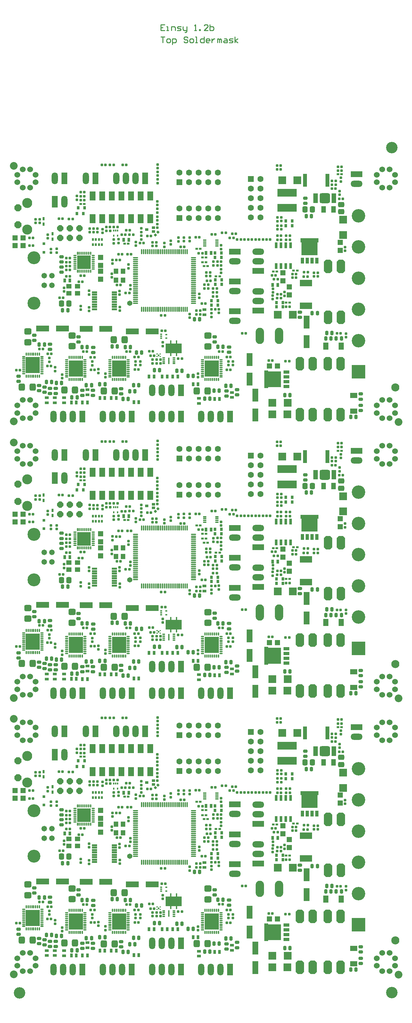
<source format=gts>
G04*
G04 #@! TF.GenerationSoftware,Altium Limited,Altium Designer,19.1.5 (86)*
G04*
G04 Layer_Color=8388736*
%FSLAX24Y24*%
%MOIN*%
G70*
G01*
G75*
%ADD12C,0.0100*%
%ADD43C,0.0600*%
%ADD66P,0.0213X4X180.0*%
%ADD133C,0.0300*%
%ADD141C,0.0580*%
%ADD190C,0.0631*%
%ADD191R,0.0460X0.0130*%
%ADD192R,0.0530X0.0170*%
%ADD193R,0.1680X0.1040*%
G04:AMPARAMS|DCode=194|XSize=118.7mil|YSize=118.7mil|CornerRadius=59.4mil|HoleSize=0mil|Usage=FLASHONLY|Rotation=90.000|XOffset=0mil|YOffset=0mil|HoleType=Round|Shape=RoundedRectangle|*
%AMROUNDEDRECTD194*
21,1,0.1187,0.0000,0,0,90.0*
21,1,0.0000,0.1187,0,0,90.0*
1,1,0.1187,0.0000,0.0000*
1,1,0.1187,0.0000,0.0000*
1,1,0.1187,0.0000,0.0000*
1,1,0.1187,0.0000,0.0000*
%
%ADD194ROUNDEDRECTD194*%
%ADD195R,0.0320X0.0600*%
%ADD196R,0.0600X0.0320*%
G04:AMPARAMS|DCode=197|XSize=26mil|YSize=28mil|CornerRadius=6.4mil|HoleSize=0mil|Usage=FLASHONLY|Rotation=180.000|XOffset=0mil|YOffset=0mil|HoleType=Round|Shape=RoundedRectangle|*
%AMROUNDEDRECTD197*
21,1,0.0260,0.0152,0,0,180.0*
21,1,0.0132,0.0280,0,0,180.0*
1,1,0.0128,-0.0066,0.0076*
1,1,0.0128,0.0066,0.0076*
1,1,0.0128,0.0066,-0.0076*
1,1,0.0128,-0.0066,-0.0076*
%
%ADD197ROUNDEDRECTD197*%
G04:AMPARAMS|DCode=198|XSize=26mil|YSize=28mil|CornerRadius=6.4mil|HoleSize=0mil|Usage=FLASHONLY|Rotation=90.000|XOffset=0mil|YOffset=0mil|HoleType=Round|Shape=RoundedRectangle|*
%AMROUNDEDRECTD198*
21,1,0.0260,0.0152,0,0,90.0*
21,1,0.0132,0.0280,0,0,90.0*
1,1,0.0128,0.0076,0.0066*
1,1,0.0128,0.0076,-0.0066*
1,1,0.0128,-0.0076,-0.0066*
1,1,0.0128,-0.0076,0.0066*
%
%ADD198ROUNDEDRECTD198*%
%ADD199R,0.0257X0.0237*%
G04:AMPARAMS|DCode=200|XSize=26mil|YSize=28mil|CornerRadius=6.4mil|HoleSize=0mil|Usage=FLASHONLY|Rotation=225.000|XOffset=0mil|YOffset=0mil|HoleType=Round|Shape=RoundedRectangle|*
%AMROUNDEDRECTD200*
21,1,0.0260,0.0152,0,0,225.0*
21,1,0.0132,0.0280,0,0,225.0*
1,1,0.0128,-0.0100,0.0007*
1,1,0.0128,-0.0007,0.0100*
1,1,0.0128,0.0100,-0.0007*
1,1,0.0128,0.0007,-0.0100*
%
%ADD200ROUNDEDRECTD200*%
%ADD201R,0.0631X0.0957*%
%ADD202R,0.0355X0.0157*%
G04:AMPARAMS|DCode=203|XSize=33.1mil|YSize=43.4mil|CornerRadius=7.8mil|HoleSize=0mil|Usage=FLASHONLY|Rotation=180.000|XOffset=0mil|YOffset=0mil|HoleType=Round|Shape=RoundedRectangle|*
%AMROUNDEDRECTD203*
21,1,0.0331,0.0277,0,0,180.0*
21,1,0.0175,0.0434,0,0,180.0*
1,1,0.0157,-0.0087,0.0139*
1,1,0.0157,0.0087,0.0139*
1,1,0.0157,0.0087,-0.0139*
1,1,0.0157,-0.0087,-0.0139*
%
%ADD203ROUNDEDRECTD203*%
%ADD204R,0.2048X0.0822*%
%ADD205R,0.0830X0.0830*%
G04:AMPARAMS|DCode=206|XSize=56mil|YSize=64mil|CornerRadius=15mil|HoleSize=0mil|Usage=FLASHONLY|Rotation=270.000|XOffset=0mil|YOffset=0mil|HoleType=Round|Shape=RoundedRectangle|*
%AMROUNDEDRECTD206*
21,1,0.0560,0.0340,0,0,270.0*
21,1,0.0260,0.0640,0,0,270.0*
1,1,0.0300,-0.0170,-0.0130*
1,1,0.0300,-0.0170,0.0130*
1,1,0.0300,0.0170,0.0130*
1,1,0.0300,0.0170,-0.0130*
%
%ADD206ROUNDEDRECTD206*%
%ADD207R,0.0473X0.0709*%
%ADD208R,0.0583X0.0749*%
%ADD209R,0.0240X0.0320*%
%ADD210R,0.0540X0.0190*%
G04:AMPARAMS|DCode=211|XSize=80mil|YSize=80mil|CornerRadius=40mil|HoleSize=0mil|Usage=FLASHONLY|Rotation=0.000|XOffset=0mil|YOffset=0mil|HoleType=Round|Shape=RoundedRectangle|*
%AMROUNDEDRECTD211*
21,1,0.0800,0.0000,0,0,0.0*
21,1,0.0000,0.0800,0,0,0.0*
1,1,0.0800,0.0000,0.0000*
1,1,0.0800,0.0000,0.0000*
1,1,0.0800,0.0000,0.0000*
1,1,0.0800,0.0000,0.0000*
%
%ADD211ROUNDEDRECTD211*%
%ADD212R,0.1300X0.0670*%
G04:AMPARAMS|DCode=213|XSize=56mil|YSize=64mil|CornerRadius=15mil|HoleSize=0mil|Usage=FLASHONLY|Rotation=180.000|XOffset=0mil|YOffset=0mil|HoleType=Round|Shape=RoundedRectangle|*
%AMROUNDEDRECTD213*
21,1,0.0560,0.0340,0,0,180.0*
21,1,0.0260,0.0640,0,0,180.0*
1,1,0.0300,-0.0130,0.0170*
1,1,0.0300,0.0130,0.0170*
1,1,0.0300,0.0130,-0.0170*
1,1,0.0300,-0.0130,-0.0170*
%
%ADD213ROUNDEDRECTD213*%
%ADD214R,0.0560X0.0460*%
%ADD215R,0.0240X0.0300*%
G04:AMPARAMS|DCode=216|XSize=33.1mil|YSize=43.4mil|CornerRadius=7.8mil|HoleSize=0mil|Usage=FLASHONLY|Rotation=90.000|XOffset=0mil|YOffset=0mil|HoleType=Round|Shape=RoundedRectangle|*
%AMROUNDEDRECTD216*
21,1,0.0331,0.0277,0,0,90.0*
21,1,0.0175,0.0434,0,0,90.0*
1,1,0.0157,0.0139,0.0087*
1,1,0.0157,0.0139,-0.0087*
1,1,0.0157,-0.0139,-0.0087*
1,1,0.0157,-0.0139,0.0087*
%
%ADD216ROUNDEDRECTD216*%
%ADD217O,0.0138X0.0552*%
%ADD218O,0.0552X0.0138*%
%ADD219R,0.0280X0.0280*%
%ADD220R,0.0394X0.1339*%
G04:AMPARAMS|DCode=221|XSize=67mil|YSize=75mil|CornerRadius=17.8mil|HoleSize=0mil|Usage=FLASHONLY|Rotation=90.000|XOffset=0mil|YOffset=0mil|HoleType=Round|Shape=RoundedRectangle|*
%AMROUNDEDRECTD221*
21,1,0.0670,0.0395,0,0,90.0*
21,1,0.0315,0.0750,0,0,90.0*
1,1,0.0355,0.0198,0.0158*
1,1,0.0355,0.0198,-0.0158*
1,1,0.0355,-0.0198,-0.0158*
1,1,0.0355,-0.0198,0.0158*
%
%ADD221ROUNDEDRECTD221*%
%ADD222R,0.1379X0.0591*%
%ADD223R,0.0280X0.0640*%
%ADD224R,0.0520X0.0520*%
G04:AMPARAMS|DCode=225|XSize=54mil|YSize=54mil|CornerRadius=27mil|HoleSize=0mil|Usage=FLASHONLY|Rotation=270.000|XOffset=0mil|YOffset=0mil|HoleType=Round|Shape=RoundedRectangle|*
%AMROUNDEDRECTD225*
21,1,0.0540,0.0000,0,0,270.0*
21,1,0.0000,0.0540,0,0,270.0*
1,1,0.0540,0.0000,0.0000*
1,1,0.0540,0.0000,0.0000*
1,1,0.0540,0.0000,0.0000*
1,1,0.0540,0.0000,0.0000*
%
%ADD225ROUNDEDRECTD225*%
%ADD226R,0.0304X0.0386*%
%ADD227R,0.1457X0.1654*%
%ADD228O,0.0138X0.0375*%
%ADD229O,0.0375X0.0138*%
G04:AMPARAMS|DCode=230|XSize=15mil|YSize=35.4mil|CornerRadius=6.4mil|HoleSize=0mil|Usage=FLASHONLY|Rotation=180.000|XOffset=0mil|YOffset=0mil|HoleType=Round|Shape=RoundedRectangle|*
%AMROUNDEDRECTD230*
21,1,0.0150,0.0227,0,0,180.0*
21,1,0.0022,0.0354,0,0,180.0*
1,1,0.0128,-0.0011,0.0113*
1,1,0.0128,0.0011,0.0113*
1,1,0.0128,0.0011,-0.0113*
1,1,0.0128,-0.0011,-0.0113*
%
%ADD230ROUNDEDRECTD230*%
G04:AMPARAMS|DCode=231|XSize=15mil|YSize=35.4mil|CornerRadius=6.4mil|HoleSize=0mil|Usage=FLASHONLY|Rotation=270.000|XOffset=0mil|YOffset=0mil|HoleType=Round|Shape=RoundedRectangle|*
%AMROUNDEDRECTD231*
21,1,0.0150,0.0227,0,0,270.0*
21,1,0.0022,0.0354,0,0,270.0*
1,1,0.0128,-0.0113,-0.0011*
1,1,0.0128,-0.0113,0.0011*
1,1,0.0128,0.0113,0.0011*
1,1,0.0128,0.0113,-0.0011*
%
%ADD231ROUNDEDRECTD231*%
%ADD232R,0.1410X0.1410*%
%ADD233R,0.0276X0.0355*%
G04:AMPARAMS|DCode=234|XSize=109mil|YSize=109mil|CornerRadius=28.3mil|HoleSize=0mil|Usage=FLASHONLY|Rotation=180.000|XOffset=0mil|YOffset=0mil|HoleType=Round|Shape=RoundedRectangle|*
%AMROUNDEDRECTD234*
21,1,0.1090,0.0525,0,0,180.0*
21,1,0.0525,0.1090,0,0,180.0*
1,1,0.0565,-0.0263,0.0263*
1,1,0.0565,0.0263,0.0263*
1,1,0.0565,0.0263,-0.0263*
1,1,0.0565,-0.0263,-0.0263*
%
%ADD234ROUNDEDRECTD234*%
%ADD235R,0.0484X0.0199*%
%ADD236R,0.0355X0.0257*%
%ADD237R,0.0257X0.0138*%
%ADD238R,0.0119X0.0670*%
%ADD239R,0.0217X0.0158*%
%ADD240R,0.0847X0.0847*%
%ADD241O,0.0150X0.0355*%
%ADD242O,0.0355X0.0150*%
%ADD243R,0.0158X0.0217*%
%ADD244R,0.0386X0.0304*%
%ADD245R,0.0591X0.1379*%
G04:AMPARAMS|DCode=246|XSize=67mil|YSize=75mil|CornerRadius=17.8mil|HoleSize=0mil|Usage=FLASHONLY|Rotation=180.000|XOffset=0mil|YOffset=0mil|HoleType=Round|Shape=RoundedRectangle|*
%AMROUNDEDRECTD246*
21,1,0.0670,0.0395,0,0,180.0*
21,1,0.0315,0.0750,0,0,180.0*
1,1,0.0355,-0.0158,0.0198*
1,1,0.0355,0.0158,0.0198*
1,1,0.0355,0.0158,-0.0198*
1,1,0.0355,-0.0158,-0.0198*
%
%ADD246ROUNDEDRECTD246*%
%ADD247R,0.0520X0.0520*%
%ADD248R,0.0830X0.0830*%
%ADD249R,0.0460X0.0560*%
%ADD250R,0.0749X0.0583*%
%ADD251R,0.0631X0.0631*%
%ADD252C,0.0631*%
%ADD253O,0.0865X0.1690*%
%ADD254R,0.0631X0.0631*%
G04:AMPARAMS|DCode=255|XSize=137mil|YSize=87mil|CornerRadius=0mil|HoleSize=0mil|Usage=FLASHONLY|Rotation=270.000|XOffset=0mil|YOffset=0mil|HoleType=Round|Shape=Octagon|*
%AMOCTAGOND255*
4,1,8,-0.0217,-0.0685,0.0217,-0.0685,0.0435,-0.0468,0.0435,0.0468,0.0217,0.0685,-0.0217,0.0685,-0.0435,0.0468,-0.0435,-0.0468,-0.0217,-0.0685,0.0*
%
%ADD255OCTAGOND255*%

%ADD256P,0.0714X8X22.5*%
%ADD257C,0.1345*%
%ADD258P,0.0801X8X292.5*%
%ADD259C,0.1040*%
%ADD260R,0.1240X0.0640*%
%ADD261O,0.1240X0.0640*%
%ADD262R,0.0640X0.1240*%
%ADD263O,0.0640X0.1240*%
%ADD264O,0.1400X0.1400*%
%ADD265R,0.1400X0.1400*%
%ADD266C,0.0840*%
%ADD267C,0.0240*%
G36*
X32453Y48556D02*
X32355D01*
Y47217D01*
X30701D01*
Y48556D01*
X30603D01*
Y48960D01*
X32453D01*
Y48556D01*
D02*
G37*
G36*
X16074Y36860D02*
X15971D01*
X15912Y36919D01*
Y36962D01*
X16074D01*
Y36860D01*
D02*
G37*
G36*
X15747Y36919D02*
X15688Y36860D01*
X15585D01*
Y36962D01*
X15747D01*
Y36919D01*
D02*
G37*
G36*
X16074Y36600D02*
X15912D01*
Y36643D01*
X15971Y36702D01*
X16074D01*
Y36600D01*
D02*
G37*
G36*
X15747Y36643D02*
Y36600D01*
X15585D01*
Y36702D01*
X15688D01*
X15747Y36643D01*
D02*
G37*
G36*
X27217Y35114D02*
X28555D01*
Y33460D01*
X27217D01*
Y33362D01*
X26813D01*
Y35212D01*
X27217D01*
Y35114D01*
D02*
G37*
G36*
X32453Y19777D02*
X32355D01*
Y18438D01*
X30701D01*
Y19777D01*
X30603D01*
Y20180D01*
X32453D01*
Y19777D01*
D02*
G37*
G36*
X16074Y8080D02*
X15971D01*
X15912Y8139D01*
Y8183D01*
X16074D01*
Y8080D01*
D02*
G37*
G36*
X15747Y8139D02*
X15688Y8080D01*
X15585D01*
Y8183D01*
X15747D01*
Y8139D01*
D02*
G37*
G36*
X16074Y7821D02*
X15912D01*
Y7864D01*
X15971Y7923D01*
X16074D01*
Y7821D01*
D02*
G37*
G36*
X15747Y7864D02*
Y7821D01*
X15585D01*
Y7923D01*
X15688D01*
X15747Y7864D01*
D02*
G37*
G36*
X27217Y6334D02*
X28555D01*
Y4681D01*
X27217D01*
Y4582D01*
X26813D01*
Y6433D01*
X27217D01*
Y6334D01*
D02*
G37*
G36*
X32453Y-9003D02*
X32355D01*
Y-10342D01*
X30701D01*
Y-9003D01*
X30603D01*
Y-8599D01*
X32453D01*
Y-9003D01*
D02*
G37*
G36*
X16074Y-20699D02*
X15971D01*
X15912Y-20640D01*
Y-20597D01*
X16074D01*
Y-20699D01*
D02*
G37*
G36*
X15747Y-20640D02*
X15688Y-20699D01*
X15585D01*
Y-20597D01*
X15747D01*
Y-20640D01*
D02*
G37*
G36*
X16074Y-20959D02*
X15912D01*
Y-20916D01*
X15971Y-20857D01*
X16074D01*
Y-20959D01*
D02*
G37*
G36*
X15747Y-20916D02*
Y-20959D01*
X15585D01*
Y-20857D01*
X15688D01*
X15747Y-20916D01*
D02*
G37*
G36*
X27217Y-22445D02*
X28555D01*
Y-24099D01*
X27217D01*
Y-24197D01*
X26813D01*
Y-22347D01*
X27217D01*
Y-22445D01*
D02*
G37*
G54D12*
X16048Y69942D02*
X16448D01*
X16248D01*
Y69343D01*
X16748D02*
X16948D01*
X17048Y69442D01*
Y69642D01*
X16948Y69742D01*
X16748D01*
X16648Y69642D01*
Y69442D01*
X16748Y69343D01*
X17248Y69143D02*
Y69742D01*
X17548D01*
X17648Y69642D01*
Y69442D01*
X17548Y69343D01*
X17248D01*
X18847Y69842D02*
X18747Y69942D01*
X18548D01*
X18448Y69842D01*
Y69742D01*
X18548Y69642D01*
X18747D01*
X18847Y69542D01*
Y69442D01*
X18747Y69343D01*
X18548D01*
X18448Y69442D01*
X19147Y69343D02*
X19347D01*
X19447Y69442D01*
Y69642D01*
X19347Y69742D01*
X19147D01*
X19047Y69642D01*
Y69442D01*
X19147Y69343D01*
X19647D02*
X19847D01*
X19747D01*
Y69942D01*
X19647D01*
X20547D02*
Y69343D01*
X20247D01*
X20147Y69442D01*
Y69642D01*
X20247Y69742D01*
X20547D01*
X21047Y69343D02*
X20847D01*
X20747Y69442D01*
Y69642D01*
X20847Y69742D01*
X21047D01*
X21147Y69642D01*
Y69542D01*
X20747D01*
X21347Y69742D02*
Y69343D01*
Y69542D01*
X21447Y69642D01*
X21547Y69742D01*
X21647D01*
X21946Y69343D02*
Y69742D01*
X22046D01*
X22146Y69642D01*
Y69343D01*
Y69642D01*
X22246Y69742D01*
X22346Y69642D01*
Y69343D01*
X22646Y69742D02*
X22846D01*
X22946Y69642D01*
Y69343D01*
X22646D01*
X22546Y69442D01*
X22646Y69542D01*
X22946D01*
X23146Y69343D02*
X23446D01*
X23546Y69442D01*
X23446Y69542D01*
X23246D01*
X23146Y69642D01*
X23246Y69742D01*
X23546D01*
X23746Y69343D02*
Y69942D01*
Y69542D02*
X24046Y69742D01*
X23746Y69542D02*
X24046Y69343D01*
X16448Y71192D02*
X16048D01*
Y70593D01*
X16448D01*
X16048Y70892D02*
X16248D01*
X16648Y70593D02*
X16848D01*
X16748D01*
Y70992D01*
X16648D01*
X17148Y70593D02*
Y70992D01*
X17448D01*
X17548Y70892D01*
Y70593D01*
X17748D02*
X18048D01*
X18148Y70692D01*
X18048Y70792D01*
X17848D01*
X17748Y70892D01*
X17848Y70992D01*
X18148D01*
X18348D02*
Y70692D01*
X18448Y70593D01*
X18747D01*
Y70493D01*
X18648Y70393D01*
X18548D01*
X18747Y70593D02*
Y70992D01*
X19547Y70593D02*
X19747D01*
X19647D01*
Y71192D01*
X19547Y71092D01*
X20047Y70593D02*
Y70692D01*
X20147D01*
Y70593D01*
X20047D01*
X20947D02*
X20547D01*
X20947Y70992D01*
Y71092D01*
X20847Y71192D01*
X20647D01*
X20547Y71092D01*
X21147Y71192D02*
Y70593D01*
X21447D01*
X21547Y70692D01*
Y70792D01*
Y70892D01*
X21447Y70992D01*
X21147D01*
G54D43*
X39873Y-27323D02*
D03*
X39086D02*
D03*
X38535Y-26772D02*
D03*
Y-25984D02*
D03*
X39086Y-25433D02*
D03*
X39873D02*
D03*
X40424Y-25984D02*
D03*
Y-26772D02*
D03*
Y-2756D02*
D03*
Y-1969D02*
D03*
X39873Y-1417D02*
D03*
X39086D02*
D03*
X38535Y-1969D02*
D03*
Y-2756D02*
D03*
X39086Y-3307D02*
D03*
X39873D02*
D03*
X3023Y-2756D02*
D03*
Y-1969D02*
D03*
X2472Y-1417D02*
D03*
X1684D02*
D03*
X1133Y-1969D02*
D03*
Y-2756D02*
D03*
X1684Y-3307D02*
D03*
X2472D02*
D03*
X3023Y-26772D02*
D03*
Y-25984D02*
D03*
X2472Y-25433D02*
D03*
X1684D02*
D03*
X1133Y-25984D02*
D03*
Y-26772D02*
D03*
X1684Y-27323D02*
D03*
X2472D02*
D03*
X39873Y1457D02*
D03*
X39086D02*
D03*
X38535Y2008D02*
D03*
Y2795D02*
D03*
X39086Y3346D02*
D03*
X39873D02*
D03*
X40424Y2795D02*
D03*
Y2008D02*
D03*
Y26024D02*
D03*
Y26811D02*
D03*
X39873Y27362D02*
D03*
X39086D02*
D03*
X38535Y26811D02*
D03*
Y26024D02*
D03*
X39086Y25472D02*
D03*
X39873D02*
D03*
X3023Y26024D02*
D03*
Y26811D02*
D03*
X2472Y27362D02*
D03*
X1684D02*
D03*
X1133Y26811D02*
D03*
Y26024D02*
D03*
X1684Y25472D02*
D03*
X2472D02*
D03*
X3023Y2008D02*
D03*
Y2795D02*
D03*
X2472Y3346D02*
D03*
X1684D02*
D03*
X1133Y2795D02*
D03*
Y2008D02*
D03*
X1684Y1457D02*
D03*
X2472D02*
D03*
X39873Y30236D02*
D03*
X39086D02*
D03*
X38535Y30787D02*
D03*
Y31575D02*
D03*
X39086Y32126D02*
D03*
X39873D02*
D03*
X40424Y31575D02*
D03*
Y30787D02*
D03*
Y54803D02*
D03*
Y55591D02*
D03*
X39873Y56142D02*
D03*
X39086D02*
D03*
X38535Y55591D02*
D03*
Y54803D02*
D03*
X39086Y54252D02*
D03*
X39873D02*
D03*
X3023Y54803D02*
D03*
Y55591D02*
D03*
X2472Y56142D02*
D03*
X1684D02*
D03*
X1133Y55591D02*
D03*
Y54803D02*
D03*
X1684Y54252D02*
D03*
X2472D02*
D03*
X3023Y30787D02*
D03*
Y31575D02*
D03*
X2472Y32126D02*
D03*
X1684D02*
D03*
X1133Y31575D02*
D03*
Y30787D02*
D03*
X1684Y30236D02*
D03*
X2472D02*
D03*
G54D66*
X15829Y-20778D02*
D03*
Y8002D02*
D03*
Y36781D02*
D03*
G54D133*
X31928Y-10061D02*
D03*
Y-9661D02*
D03*
Y-9261D02*
D03*
Y-8861D02*
D03*
X31128D02*
D03*
Y-9261D02*
D03*
Y-9661D02*
D03*
Y-10061D02*
D03*
X31528D02*
D03*
Y-9661D02*
D03*
Y-8861D02*
D03*
Y-9261D02*
D03*
X28275Y-22872D02*
D03*
X27875D02*
D03*
X27475D02*
D03*
X27075D02*
D03*
Y-23672D02*
D03*
X27475D02*
D03*
X27875D02*
D03*
X28275D02*
D03*
Y-23272D02*
D03*
X27875D02*
D03*
X27075D02*
D03*
X27475D02*
D03*
X20924Y-21499D02*
D03*
X21790Y-22798D02*
D03*
X21357D02*
D03*
X20924D02*
D03*
X21790Y-22365D02*
D03*
X21357D02*
D03*
X20924D02*
D03*
X21790Y-21932D02*
D03*
X21357D02*
D03*
X20924D02*
D03*
X21790Y-21499D02*
D03*
X21357D02*
D03*
X8067Y-11089D02*
D03*
Y-10715D02*
D03*
X7690Y-10711D02*
D03*
X7695Y-11089D02*
D03*
X7693Y-11473D02*
D03*
X8067Y-11463D02*
D03*
X8441D02*
D03*
Y-11089D02*
D03*
Y-10715D02*
D03*
X2743Y-21139D02*
D03*
X3176D02*
D03*
X2310Y-21572D02*
D03*
X2743D02*
D03*
X3176D02*
D03*
X2310Y-22005D02*
D03*
X2743D02*
D03*
X3176D02*
D03*
X2310Y-22438D02*
D03*
X2743D02*
D03*
X3176D02*
D03*
X2310Y-21139D02*
D03*
X7217Y-21499D02*
D03*
X7650D02*
D03*
X6784Y-21932D02*
D03*
X7217D02*
D03*
X7650D02*
D03*
X6784Y-22365D02*
D03*
X7217D02*
D03*
X7650D02*
D03*
X6784Y-22798D02*
D03*
X7217D02*
D03*
X7650D02*
D03*
X6784Y-21499D02*
D03*
X11717D02*
D03*
X12150D02*
D03*
X11284Y-21932D02*
D03*
X11717D02*
D03*
X12150D02*
D03*
X11284Y-22365D02*
D03*
X11717D02*
D03*
X12150D02*
D03*
X11284Y-22798D02*
D03*
X11717D02*
D03*
X12150D02*
D03*
X11284Y-21499D02*
D03*
X31928Y18718D02*
D03*
Y19118D02*
D03*
Y19518D02*
D03*
Y19918D02*
D03*
X31128D02*
D03*
Y19518D02*
D03*
Y19118D02*
D03*
Y18718D02*
D03*
X31528D02*
D03*
Y19118D02*
D03*
Y19918D02*
D03*
Y19518D02*
D03*
X28275Y5907D02*
D03*
X27875D02*
D03*
X27475D02*
D03*
X27075D02*
D03*
Y5107D02*
D03*
X27475D02*
D03*
X27875D02*
D03*
X28275D02*
D03*
Y5507D02*
D03*
X27875D02*
D03*
X27075D02*
D03*
X27475D02*
D03*
X20924Y7281D02*
D03*
X21790Y5982D02*
D03*
X21357D02*
D03*
X20924D02*
D03*
X21790Y6415D02*
D03*
X21357D02*
D03*
X20924D02*
D03*
X21790Y6848D02*
D03*
X21357D02*
D03*
X20924D02*
D03*
X21790Y7281D02*
D03*
X21357D02*
D03*
X8067Y17691D02*
D03*
Y18065D02*
D03*
X7690Y18068D02*
D03*
X7695Y17691D02*
D03*
X7693Y17307D02*
D03*
X8067Y17317D02*
D03*
X8441D02*
D03*
Y17691D02*
D03*
Y18065D02*
D03*
X2743Y7641D02*
D03*
X3176D02*
D03*
X2310Y7208D02*
D03*
X2743D02*
D03*
X3176D02*
D03*
X2310Y6775D02*
D03*
X2743D02*
D03*
X3176D02*
D03*
X2310Y6342D02*
D03*
X2743D02*
D03*
X3176D02*
D03*
X2310Y7641D02*
D03*
X7217Y7281D02*
D03*
X7650D02*
D03*
X6784Y6848D02*
D03*
X7217D02*
D03*
X7650D02*
D03*
X6784Y6415D02*
D03*
X7217D02*
D03*
X7650D02*
D03*
X6784Y5982D02*
D03*
X7217D02*
D03*
X7650D02*
D03*
X6784Y7281D02*
D03*
X11717D02*
D03*
X12150D02*
D03*
X11284Y6848D02*
D03*
X11717D02*
D03*
X12150D02*
D03*
X11284Y6415D02*
D03*
X11717D02*
D03*
X12150D02*
D03*
X11284Y5982D02*
D03*
X11717D02*
D03*
X12150D02*
D03*
X11284Y7281D02*
D03*
X31928Y47498D02*
D03*
Y47898D02*
D03*
Y48298D02*
D03*
Y48698D02*
D03*
X31128D02*
D03*
Y48298D02*
D03*
Y47898D02*
D03*
Y47498D02*
D03*
X31528D02*
D03*
Y47898D02*
D03*
Y48698D02*
D03*
Y48298D02*
D03*
X28275Y34687D02*
D03*
X27875D02*
D03*
X27475D02*
D03*
X27075D02*
D03*
Y33887D02*
D03*
X27475D02*
D03*
X27875D02*
D03*
X28275D02*
D03*
Y34287D02*
D03*
X27875D02*
D03*
X27075D02*
D03*
X27475D02*
D03*
X20924Y36060D02*
D03*
X21790Y34761D02*
D03*
X21357D02*
D03*
X20924D02*
D03*
X21790Y35194D02*
D03*
X21357D02*
D03*
X20924D02*
D03*
X21790Y35627D02*
D03*
X21357D02*
D03*
X20924D02*
D03*
X21790Y36060D02*
D03*
X21357D02*
D03*
X8067Y46470D02*
D03*
Y46844D02*
D03*
X7690Y46848D02*
D03*
X7695Y46470D02*
D03*
X7693Y46086D02*
D03*
X8067Y46096D02*
D03*
X8441D02*
D03*
Y46470D02*
D03*
Y46844D02*
D03*
X2743Y36420D02*
D03*
X3176D02*
D03*
X2310Y35987D02*
D03*
X2743D02*
D03*
X3176D02*
D03*
X2310Y35554D02*
D03*
X2743D02*
D03*
X3176D02*
D03*
X2310Y35121D02*
D03*
X2743D02*
D03*
X3176D02*
D03*
X2310Y36420D02*
D03*
X7217Y36060D02*
D03*
X7650D02*
D03*
X6784Y35627D02*
D03*
X7217D02*
D03*
X7650D02*
D03*
X6784Y35194D02*
D03*
X7217D02*
D03*
X7650D02*
D03*
X6784Y34761D02*
D03*
X7217D02*
D03*
X7650D02*
D03*
X6784Y36060D02*
D03*
X11717D02*
D03*
X12150D02*
D03*
X11284Y35627D02*
D03*
X11717D02*
D03*
X12150D02*
D03*
X11284Y35194D02*
D03*
X11717D02*
D03*
X12150D02*
D03*
X11284Y34761D02*
D03*
X11717D02*
D03*
X12150D02*
D03*
X11284Y36060D02*
D03*
G54D141*
X4725Y-13492D02*
D03*
Y-12500D02*
D03*
X3935D02*
D03*
Y-13492D02*
D03*
X4725Y15287D02*
D03*
Y16280D02*
D03*
X3935D02*
D03*
Y15287D02*
D03*
X4725Y44067D02*
D03*
Y45059D02*
D03*
X3935D02*
D03*
Y44067D02*
D03*
G54D190*
X26434Y-2432D02*
D03*
Y-3432D02*
D03*
Y-4432D02*
D03*
Y-5432D02*
D03*
Y-6432D02*
D03*
Y26348D02*
D03*
Y25348D02*
D03*
Y24348D02*
D03*
Y23348D02*
D03*
Y22348D02*
D03*
Y55127D02*
D03*
Y54127D02*
D03*
Y53127D02*
D03*
Y52127D02*
D03*
Y51127D02*
D03*
G54D191*
X11208Y-14214D02*
D03*
X11208Y-14464D02*
D03*
X11208Y-14714D02*
D03*
X11208Y-14964D02*
D03*
X11208Y-15214D02*
D03*
X11208Y-15464D02*
D03*
Y-15714D02*
D03*
X11208Y-15964D02*
D03*
X9168D02*
D03*
X9168Y-15714D02*
D03*
Y-15464D02*
D03*
X9168Y-15214D02*
D03*
X9168Y-14964D02*
D03*
Y-14714D02*
D03*
X9168Y-14464D02*
D03*
X9168Y-14214D02*
D03*
X11208Y14566D02*
D03*
X11208Y14316D02*
D03*
X11208Y14066D02*
D03*
X11208Y13816D02*
D03*
X11208Y13566D02*
D03*
X11208Y13316D02*
D03*
Y13066D02*
D03*
X11208Y12816D02*
D03*
X9168D02*
D03*
X9168Y13066D02*
D03*
Y13316D02*
D03*
X9168Y13566D02*
D03*
X9168Y13816D02*
D03*
Y14066D02*
D03*
X9168Y14316D02*
D03*
X9168Y14566D02*
D03*
X11208Y43345D02*
D03*
X11208Y43095D02*
D03*
X11208Y42845D02*
D03*
X11208Y42595D02*
D03*
X11208Y42345D02*
D03*
X11208Y42095D02*
D03*
Y41845D02*
D03*
X11208Y41595D02*
D03*
X9168D02*
D03*
X9168Y41845D02*
D03*
Y42095D02*
D03*
X9168Y42345D02*
D03*
X9168Y42595D02*
D03*
Y42845D02*
D03*
X9168Y43095D02*
D03*
X9168Y43345D02*
D03*
G54D192*
X11213Y-14214D02*
D03*
X11213Y-14464D02*
D03*
X11213Y-14714D02*
D03*
X11213Y-14964D02*
D03*
X11213Y-15214D02*
D03*
X11213Y-15464D02*
D03*
X11213Y-15714D02*
D03*
X11213Y-15964D02*
D03*
X9163Y-15964D02*
D03*
X9163Y-15714D02*
D03*
Y-15464D02*
D03*
X9163Y-15214D02*
D03*
X9163Y-14964D02*
D03*
Y-14714D02*
D03*
X9163Y-14464D02*
D03*
Y-14214D02*
D03*
X11213Y14566D02*
D03*
X11213Y14316D02*
D03*
X11213Y14066D02*
D03*
X11213Y13816D02*
D03*
X11213Y13566D02*
D03*
X11213Y13316D02*
D03*
X11213Y13066D02*
D03*
X11213Y12816D02*
D03*
X9163Y12816D02*
D03*
X9163Y13066D02*
D03*
Y13316D02*
D03*
X9163Y13566D02*
D03*
X9163Y13816D02*
D03*
Y14066D02*
D03*
X9163Y14316D02*
D03*
Y14566D02*
D03*
X11213Y43345D02*
D03*
X11213Y43095D02*
D03*
X11213Y42845D02*
D03*
X11213Y42595D02*
D03*
X11213Y42345D02*
D03*
X11213Y42095D02*
D03*
X11213Y41845D02*
D03*
X11213Y41595D02*
D03*
X9163Y41595D02*
D03*
X9163Y41845D02*
D03*
Y42095D02*
D03*
X9163Y42345D02*
D03*
X9163Y42595D02*
D03*
Y42845D02*
D03*
X9163Y43095D02*
D03*
Y43345D02*
D03*
G54D193*
X17394Y-20050D02*
D03*
Y8730D02*
D03*
Y37509D02*
D03*
G54D194*
X40098Y58415D02*
D03*
Y-29557D02*
D03*
X1359Y-29596D02*
D03*
G54D195*
X30778Y-10915D02*
D03*
X31278D02*
D03*
X31778D02*
D03*
X32278D02*
D03*
X30778Y17864D02*
D03*
X31278D02*
D03*
X31778D02*
D03*
X32278D02*
D03*
X30778Y46644D02*
D03*
X31278D02*
D03*
X31778D02*
D03*
X32278D02*
D03*
G54D196*
X29129Y-24022D02*
D03*
Y-23522D02*
D03*
Y-23022D02*
D03*
Y-22522D02*
D03*
Y4757D02*
D03*
Y5257D02*
D03*
Y5757D02*
D03*
Y6257D02*
D03*
Y33537D02*
D03*
Y34037D02*
D03*
Y34537D02*
D03*
Y35037D02*
D03*
G54D197*
X10402Y-7416D02*
D03*
X10776D02*
D03*
X17877Y-21113D02*
D03*
X18251D02*
D03*
X16164Y-18209D02*
D03*
X16538D02*
D03*
X15003Y-20827D02*
D03*
X15377D02*
D03*
X9937Y-964D02*
D03*
X10311D02*
D03*
X5460Y-6554D02*
D03*
X5834D02*
D03*
X4644Y-21889D02*
D03*
X4270D02*
D03*
X1022Y-22317D02*
D03*
X1396D02*
D03*
X3794Y-20119D02*
D03*
X3420D02*
D03*
X4300Y-20609D02*
D03*
X4674D02*
D03*
X31312Y-12579D02*
D03*
X30938D02*
D03*
X23304Y-22289D02*
D03*
X22930D02*
D03*
X6604Y-12539D02*
D03*
X6230D02*
D03*
X22494Y-20369D02*
D03*
X22120D02*
D03*
X13744Y-22249D02*
D03*
X13370D02*
D03*
X9154Y-22269D02*
D03*
X8780D02*
D03*
X11863Y-13437D02*
D03*
X11489D02*
D03*
X12864Y-20379D02*
D03*
X12490D02*
D03*
X8354D02*
D03*
X7980D02*
D03*
X34234Y-3429D02*
D03*
X33860D02*
D03*
X25918Y-8709D02*
D03*
X25544D02*
D03*
X22920Y-20959D02*
D03*
X23294D02*
D03*
X13340D02*
D03*
X13714D02*
D03*
X8774Y-20969D02*
D03*
X9148D02*
D03*
X24520Y-18469D02*
D03*
X24894D02*
D03*
X6604Y-10659D02*
D03*
X6230D02*
D03*
X6604Y-11899D02*
D03*
X6230D02*
D03*
X8090Y-12471D02*
D03*
X7716D02*
D03*
X7530Y-13119D02*
D03*
X7904D02*
D03*
X5530Y-14789D02*
D03*
X5904D02*
D03*
X16105Y-16634D02*
D03*
X16479D02*
D03*
X20810Y-12139D02*
D03*
X21184D02*
D03*
X11807Y-10860D02*
D03*
X11428D02*
D03*
X15242Y-20335D02*
D03*
X14863D02*
D03*
X10779Y-7806D02*
D03*
X10400D02*
D03*
X2769Y-8539D02*
D03*
X2390D02*
D03*
X6889Y-6596D02*
D03*
X6510D02*
D03*
X34877Y-1554D02*
D03*
X34498D02*
D03*
X7729Y-3796D02*
D03*
X8108D02*
D03*
X7729Y-4206D02*
D03*
X8108D02*
D03*
X8109Y-4626D02*
D03*
X7730D02*
D03*
X28542Y-1015D02*
D03*
X28163D02*
D03*
X28542Y-1415D02*
D03*
X28163D02*
D03*
X20057Y-8499D02*
D03*
X19678D02*
D03*
X29417Y-21379D02*
D03*
X29038D02*
D03*
X27287Y-21319D02*
D03*
X27666D02*
D03*
X2767Y-9349D02*
D03*
X2388D02*
D03*
X34997Y-4479D02*
D03*
X34618D02*
D03*
X6607Y-11089D02*
D03*
X6228D02*
D03*
X6607Y-11499D02*
D03*
X6228D02*
D03*
X18130Y-9498D02*
D03*
X18509D02*
D03*
X11549Y-7416D02*
D03*
X11170D02*
D03*
X12830Y-7746D02*
D03*
X12451D02*
D03*
X11997Y-8229D02*
D03*
X12376D02*
D03*
X13185Y-8213D02*
D03*
X12806D02*
D03*
X34494Y-1142D02*
D03*
X34873D02*
D03*
X30127Y-12699D02*
D03*
X29748D02*
D03*
X31347Y-12119D02*
D03*
X30968D02*
D03*
X30127Y-12309D02*
D03*
X29748D02*
D03*
X28559Y-8746D02*
D03*
X28180D02*
D03*
X29489D02*
D03*
X29110D02*
D03*
X28179Y-8316D02*
D03*
X28558D02*
D03*
X29109D02*
D03*
X29488D02*
D03*
X28219Y-12856D02*
D03*
X27840D02*
D03*
X29097Y-15709D02*
D03*
X29476D02*
D03*
X28177Y-14829D02*
D03*
X28556D02*
D03*
X28557Y-14429D02*
D03*
X28178D02*
D03*
X11153Y-965D02*
D03*
X10774D02*
D03*
X12460D02*
D03*
X12081D02*
D03*
X12966Y-10259D02*
D03*
X12587D02*
D03*
X12026D02*
D03*
X11647D02*
D03*
X13878Y-9095D02*
D03*
X14257D02*
D03*
X23614Y-8536D02*
D03*
X23235D02*
D03*
X21356Y-8197D02*
D03*
X21735D02*
D03*
X22823Y-8028D02*
D03*
X22444D02*
D03*
X21887Y-14659D02*
D03*
X21508D02*
D03*
X21957Y-11009D02*
D03*
X22336D02*
D03*
X20154Y-16527D02*
D03*
X19775D02*
D03*
X20987Y-13814D02*
D03*
X20608D02*
D03*
X20007Y-10149D02*
D03*
X20386D02*
D03*
X20707Y-15374D02*
D03*
X20328D02*
D03*
X20987Y-13424D02*
D03*
X20608D02*
D03*
X21717Y-15989D02*
D03*
X21338D02*
D03*
X20807Y-12519D02*
D03*
X21186D02*
D03*
X21957Y-11429D02*
D03*
X22336D02*
D03*
X19777Y-16109D02*
D03*
X20156D02*
D03*
X21237Y-13019D02*
D03*
X20858D02*
D03*
X27628Y-12443D02*
D03*
X28007D02*
D03*
X27057Y-8709D02*
D03*
X27436D02*
D03*
X26302D02*
D03*
X26681D02*
D03*
X24769D02*
D03*
X25148D02*
D03*
X23862Y-8118D02*
D03*
X23483D02*
D03*
X24385Y-8717D02*
D03*
X24006D02*
D03*
X12783Y-14284D02*
D03*
X12404D02*
D03*
X15025Y-8357D02*
D03*
X14646D02*
D03*
X34379Y-18496D02*
D03*
X34758D02*
D03*
X10402Y21363D02*
D03*
X10776D02*
D03*
X17877Y7667D02*
D03*
X18251D02*
D03*
X16164Y10571D02*
D03*
X16538D02*
D03*
X15003Y7952D02*
D03*
X15377D02*
D03*
X9937Y27816D02*
D03*
X10311D02*
D03*
X5460Y22226D02*
D03*
X5834D02*
D03*
X4644Y6891D02*
D03*
X4270D02*
D03*
X1022Y6463D02*
D03*
X1396D02*
D03*
X3794Y8661D02*
D03*
X3420D02*
D03*
X4300Y8171D02*
D03*
X4674D02*
D03*
X31312Y16200D02*
D03*
X30938D02*
D03*
X23304Y6491D02*
D03*
X22930D02*
D03*
X6604Y16241D02*
D03*
X6230D02*
D03*
X22494Y8411D02*
D03*
X22120D02*
D03*
X13744Y6531D02*
D03*
X13370D02*
D03*
X9154Y6511D02*
D03*
X8780D02*
D03*
X11863Y15343D02*
D03*
X11489D02*
D03*
X12864Y8401D02*
D03*
X12490D02*
D03*
X8354D02*
D03*
X7980D02*
D03*
X34234Y25351D02*
D03*
X33860D02*
D03*
X25918Y20071D02*
D03*
X25544D02*
D03*
X22920Y7821D02*
D03*
X23294D02*
D03*
X13340D02*
D03*
X13714D02*
D03*
X8774Y7811D02*
D03*
X9148D02*
D03*
X24520Y10311D02*
D03*
X24894D02*
D03*
X6604Y18121D02*
D03*
X6230D02*
D03*
X6604Y16881D02*
D03*
X6230D02*
D03*
X8090Y16308D02*
D03*
X7716D02*
D03*
X7530Y15661D02*
D03*
X7904D02*
D03*
X5530Y13991D02*
D03*
X5904D02*
D03*
X16105Y12145D02*
D03*
X16479D02*
D03*
X20810Y16641D02*
D03*
X21184D02*
D03*
X11807Y17919D02*
D03*
X11428D02*
D03*
X15242Y8445D02*
D03*
X14863D02*
D03*
X10779Y20973D02*
D03*
X10400D02*
D03*
X2769Y20241D02*
D03*
X2390D02*
D03*
X6889Y22183D02*
D03*
X6510D02*
D03*
X34877Y27225D02*
D03*
X34498D02*
D03*
X7729Y24983D02*
D03*
X8108D02*
D03*
X7729Y24573D02*
D03*
X8108D02*
D03*
X8109Y24153D02*
D03*
X7730D02*
D03*
X28542Y27765D02*
D03*
X28163D02*
D03*
X28542Y27365D02*
D03*
X28163D02*
D03*
X20057Y20281D02*
D03*
X19678D02*
D03*
X29417Y7401D02*
D03*
X29038D02*
D03*
X27287Y7461D02*
D03*
X27666D02*
D03*
X2767Y19431D02*
D03*
X2388D02*
D03*
X34997Y24301D02*
D03*
X34618D02*
D03*
X6607Y17691D02*
D03*
X6228D02*
D03*
X6607Y17281D02*
D03*
X6228D02*
D03*
X18130Y19281D02*
D03*
X18509D02*
D03*
X11549Y21363D02*
D03*
X11170D02*
D03*
X12830Y21033D02*
D03*
X12451D02*
D03*
X11997Y20551D02*
D03*
X12376D02*
D03*
X13185Y20567D02*
D03*
X12806D02*
D03*
X34494Y27637D02*
D03*
X34873D02*
D03*
X30127Y16081D02*
D03*
X29748D02*
D03*
X31347Y16661D02*
D03*
X30968D02*
D03*
X30127Y16471D02*
D03*
X29748D02*
D03*
X28559Y20033D02*
D03*
X28180D02*
D03*
X29489D02*
D03*
X29110D02*
D03*
X28179Y20463D02*
D03*
X28558D02*
D03*
X29109D02*
D03*
X29488D02*
D03*
X28219Y15923D02*
D03*
X27840D02*
D03*
X29097Y13071D02*
D03*
X29476D02*
D03*
X28177Y13951D02*
D03*
X28556D02*
D03*
X28557Y14351D02*
D03*
X28178D02*
D03*
X11153Y27815D02*
D03*
X10774D02*
D03*
X12460D02*
D03*
X12081D02*
D03*
X12966Y18521D02*
D03*
X12587D02*
D03*
X12026D02*
D03*
X11647D02*
D03*
X13878Y19685D02*
D03*
X14257D02*
D03*
X23614Y20244D02*
D03*
X23235D02*
D03*
X21356Y20582D02*
D03*
X21735D02*
D03*
X22823Y20752D02*
D03*
X22444D02*
D03*
X21887Y14121D02*
D03*
X21508D02*
D03*
X21957Y17771D02*
D03*
X22336D02*
D03*
X20154Y12253D02*
D03*
X19775D02*
D03*
X20987Y14966D02*
D03*
X20608D02*
D03*
X20007Y18631D02*
D03*
X20386D02*
D03*
X20707Y13406D02*
D03*
X20328D02*
D03*
X20987Y15356D02*
D03*
X20608D02*
D03*
X21717Y12791D02*
D03*
X21338D02*
D03*
X20807Y16261D02*
D03*
X21186D02*
D03*
X21957Y17351D02*
D03*
X22336D02*
D03*
X19777Y12671D02*
D03*
X20156D02*
D03*
X21237Y15761D02*
D03*
X20858D02*
D03*
X27628Y16337D02*
D03*
X28007D02*
D03*
X27057Y20071D02*
D03*
X27436D02*
D03*
X26302D02*
D03*
X26681D02*
D03*
X24769D02*
D03*
X25148D02*
D03*
X23862Y20661D02*
D03*
X23483D02*
D03*
X24385Y20063D02*
D03*
X24006D02*
D03*
X12783Y14496D02*
D03*
X12404D02*
D03*
X15025Y20423D02*
D03*
X14646D02*
D03*
X34379Y10283D02*
D03*
X34758D02*
D03*
X10402Y50143D02*
D03*
X10776D02*
D03*
X17877Y36447D02*
D03*
X18251D02*
D03*
X16164Y39350D02*
D03*
X16538D02*
D03*
X15003Y36732D02*
D03*
X15377D02*
D03*
X9937Y56595D02*
D03*
X10311D02*
D03*
X5460Y51005D02*
D03*
X5834D02*
D03*
X4644Y35670D02*
D03*
X4270D02*
D03*
X1022Y35242D02*
D03*
X1396D02*
D03*
X3794Y37440D02*
D03*
X3420D02*
D03*
X4300Y36950D02*
D03*
X4674D02*
D03*
X31312Y44980D02*
D03*
X30938D02*
D03*
X23304Y35270D02*
D03*
X22930D02*
D03*
X6604Y45020D02*
D03*
X6230D02*
D03*
X22494Y37190D02*
D03*
X22120D02*
D03*
X13744Y35310D02*
D03*
X13370D02*
D03*
X9154Y35290D02*
D03*
X8780D02*
D03*
X11863Y44122D02*
D03*
X11489D02*
D03*
X12864Y37180D02*
D03*
X12490D02*
D03*
X8354D02*
D03*
X7980D02*
D03*
X34234Y54130D02*
D03*
X33860D02*
D03*
X25918Y48850D02*
D03*
X25544D02*
D03*
X22920Y36600D02*
D03*
X23294D02*
D03*
X13340D02*
D03*
X13714D02*
D03*
X8774Y36590D02*
D03*
X9148D02*
D03*
X24520Y39090D02*
D03*
X24894D02*
D03*
X6604Y46900D02*
D03*
X6230D02*
D03*
X6604Y45660D02*
D03*
X6230D02*
D03*
X8090Y45088D02*
D03*
X7716D02*
D03*
X7530Y44440D02*
D03*
X7904D02*
D03*
X5530Y42770D02*
D03*
X5904D02*
D03*
X16105Y40925D02*
D03*
X16479D02*
D03*
X20810Y45420D02*
D03*
X21184D02*
D03*
X11807Y46699D02*
D03*
X11428D02*
D03*
X15242Y37224D02*
D03*
X14863D02*
D03*
X10779Y49753D02*
D03*
X10400D02*
D03*
X2769Y49020D02*
D03*
X2390D02*
D03*
X6889Y50963D02*
D03*
X6510D02*
D03*
X34877Y56005D02*
D03*
X34498D02*
D03*
X7729Y53763D02*
D03*
X8108D02*
D03*
X7729Y53353D02*
D03*
X8108D02*
D03*
X8109Y52933D02*
D03*
X7730D02*
D03*
X28542Y56544D02*
D03*
X28163D02*
D03*
X28542Y56144D02*
D03*
X28163D02*
D03*
X20057Y49060D02*
D03*
X19678D02*
D03*
X29417Y36180D02*
D03*
X29038D02*
D03*
X27287Y36240D02*
D03*
X27666D02*
D03*
X2767Y48210D02*
D03*
X2388D02*
D03*
X34997Y53080D02*
D03*
X34618D02*
D03*
X6607Y46470D02*
D03*
X6228D02*
D03*
X6607Y46060D02*
D03*
X6228D02*
D03*
X18130Y48061D02*
D03*
X18509D02*
D03*
X11549Y50143D02*
D03*
X11170D02*
D03*
X12830Y49813D02*
D03*
X12451D02*
D03*
X11997Y49330D02*
D03*
X12376D02*
D03*
X13185Y49346D02*
D03*
X12806D02*
D03*
X34494Y56417D02*
D03*
X34873D02*
D03*
X30127Y44860D02*
D03*
X29748D02*
D03*
X31347Y45440D02*
D03*
X30968D02*
D03*
X30127Y45250D02*
D03*
X29748D02*
D03*
X28559Y48813D02*
D03*
X28180D02*
D03*
X29489D02*
D03*
X29110D02*
D03*
X28179Y49243D02*
D03*
X28558D02*
D03*
X29109D02*
D03*
X29488D02*
D03*
X28219Y44703D02*
D03*
X27840D02*
D03*
X29097Y41850D02*
D03*
X29476D02*
D03*
X28177Y42730D02*
D03*
X28556D02*
D03*
X28557Y43130D02*
D03*
X28178D02*
D03*
X11153Y56594D02*
D03*
X10774D02*
D03*
X12460D02*
D03*
X12081D02*
D03*
X12966Y47300D02*
D03*
X12587D02*
D03*
X12026D02*
D03*
X11647D02*
D03*
X13878Y48464D02*
D03*
X14257D02*
D03*
X23614Y49023D02*
D03*
X23235D02*
D03*
X21356Y49362D02*
D03*
X21735D02*
D03*
X22823Y49531D02*
D03*
X22444D02*
D03*
X21887Y42900D02*
D03*
X21508D02*
D03*
X21957Y46550D02*
D03*
X22336D02*
D03*
X20154Y41032D02*
D03*
X19775D02*
D03*
X20987Y43745D02*
D03*
X20608D02*
D03*
X20007Y47410D02*
D03*
X20386D02*
D03*
X20707Y42185D02*
D03*
X20328D02*
D03*
X20987Y44135D02*
D03*
X20608D02*
D03*
X21717Y41570D02*
D03*
X21338D02*
D03*
X20807Y45040D02*
D03*
X21186D02*
D03*
X21957Y46130D02*
D03*
X22336D02*
D03*
X19777Y41450D02*
D03*
X20156D02*
D03*
X21237Y44540D02*
D03*
X20858D02*
D03*
X27628Y45116D02*
D03*
X28007D02*
D03*
X27057Y48850D02*
D03*
X27436D02*
D03*
X26302D02*
D03*
X26681D02*
D03*
X24769D02*
D03*
X25148D02*
D03*
X23862Y49441D02*
D03*
X23483D02*
D03*
X24385Y48842D02*
D03*
X24006D02*
D03*
X12783Y43275D02*
D03*
X12404D02*
D03*
X15025Y49202D02*
D03*
X14646D02*
D03*
X34379Y39063D02*
D03*
X34758D02*
D03*
G54D198*
X9469Y-7589D02*
D03*
Y-7963D02*
D03*
X9059Y-7589D02*
D03*
Y-7963D02*
D03*
X16016Y-21605D02*
D03*
Y-21231D02*
D03*
X15613Y-21605D02*
D03*
Y-21231D02*
D03*
X15209Y-21605D02*
D03*
Y-21231D02*
D03*
X11666Y-9069D02*
D03*
Y-8695D02*
D03*
X27719Y-14219D02*
D03*
Y-13845D02*
D03*
X4477Y-21062D02*
D03*
Y-21436D02*
D03*
X8594Y-14065D02*
D03*
Y-14439D02*
D03*
X11773Y-14081D02*
D03*
Y-14455D02*
D03*
X11783Y-16133D02*
D03*
Y-15759D02*
D03*
X8603Y-16161D02*
D03*
Y-15787D02*
D03*
X10297Y-23046D02*
D03*
Y-22672D02*
D03*
X4612Y-10076D02*
D03*
Y-9702D02*
D03*
X10947Y-12282D02*
D03*
Y-12656D02*
D03*
X5787Y-23156D02*
D03*
Y-22782D02*
D03*
X17097Y-9215D02*
D03*
Y-8841D02*
D03*
X8937Y-21432D02*
D03*
Y-21806D02*
D03*
X13437Y-21422D02*
D03*
Y-21796D02*
D03*
X15728Y-2062D02*
D03*
Y-1688D02*
D03*
X28587Y-6427D02*
D03*
Y-6801D02*
D03*
X19937Y-23066D02*
D03*
Y-22692D02*
D03*
X23087Y-21422D02*
D03*
Y-21796D02*
D03*
X19062Y-16469D02*
D03*
Y-16843D02*
D03*
X5997Y-14126D02*
D03*
Y-13752D02*
D03*
X11030Y-11227D02*
D03*
Y-10853D02*
D03*
X12707Y-11333D02*
D03*
Y-11707D02*
D03*
X20067Y-14773D02*
D03*
Y-14399D02*
D03*
X3037Y-6622D02*
D03*
Y-6996D02*
D03*
X35339Y-18506D02*
D03*
Y-18885D02*
D03*
X10009Y-7636D02*
D03*
Y-8015D02*
D03*
X8659Y-7586D02*
D03*
Y-7965D02*
D03*
X5212Y-10079D02*
D03*
Y-9700D02*
D03*
X7319Y-4576D02*
D03*
Y-4197D02*
D03*
X34810Y-2291D02*
D03*
Y-2670D02*
D03*
X16428Y-9090D02*
D03*
Y-9469D02*
D03*
X7719Y-16026D02*
D03*
Y-15647D02*
D03*
X35239Y-9516D02*
D03*
Y-9895D02*
D03*
X4297Y-8208D02*
D03*
Y-8587D02*
D03*
X3447Y-6999D02*
D03*
Y-6620D02*
D03*
X28187Y-6804D02*
D03*
Y-6425D02*
D03*
X15180Y-9383D02*
D03*
Y-9004D02*
D03*
X28182Y-7649D02*
D03*
Y-7270D02*
D03*
X28592D02*
D03*
Y-7649D02*
D03*
X34277Y-3009D02*
D03*
Y-2630D02*
D03*
X33877Y-2629D02*
D03*
Y-3008D02*
D03*
X11174Y-8728D02*
D03*
Y-9107D02*
D03*
X23567Y-21419D02*
D03*
Y-21798D02*
D03*
X5057Y-22029D02*
D03*
Y-22408D02*
D03*
X34657Y-3679D02*
D03*
Y-4058D02*
D03*
X13917Y-21419D02*
D03*
Y-21798D02*
D03*
X9547Y-22229D02*
D03*
Y-22608D02*
D03*
X17897Y-8529D02*
D03*
Y-8908D02*
D03*
X18477Y-8519D02*
D03*
Y-8898D02*
D03*
X19047Y-8519D02*
D03*
Y-8898D02*
D03*
X15583Y-9383D02*
D03*
Y-9004D02*
D03*
X31999Y-12566D02*
D03*
Y-12187D02*
D03*
X32409Y-12566D02*
D03*
Y-12187D02*
D03*
X28937Y-14579D02*
D03*
Y-14200D02*
D03*
X15703Y-6714D02*
D03*
Y-6335D02*
D03*
Y-4755D02*
D03*
Y-5134D02*
D03*
X15711Y-5523D02*
D03*
Y-5902D02*
D03*
X14042Y-8334D02*
D03*
Y-8713D02*
D03*
Y-7566D02*
D03*
Y-7945D02*
D03*
X13455Y-8968D02*
D03*
Y-9347D02*
D03*
X15727Y-2460D02*
D03*
Y-2839D02*
D03*
X15719Y-1289D02*
D03*
Y-910D02*
D03*
X21907Y-13829D02*
D03*
Y-14208D02*
D03*
X21497Y-13829D02*
D03*
Y-14208D02*
D03*
X21337Y-16769D02*
D03*
Y-16390D02*
D03*
X21537Y-11409D02*
D03*
Y-11030D02*
D03*
X27694Y-14930D02*
D03*
Y-14551D02*
D03*
X22318Y-9706D02*
D03*
Y-9327D02*
D03*
X22323Y-12194D02*
D03*
Y-11815D02*
D03*
X22093Y-15984D02*
D03*
Y-16363D02*
D03*
X12887Y-13875D02*
D03*
Y-13496D02*
D03*
X15702Y-7484D02*
D03*
Y-7105D02*
D03*
X16272Y-19806D02*
D03*
Y-19427D02*
D03*
X9469Y21190D02*
D03*
Y20816D02*
D03*
X9059Y21190D02*
D03*
Y20816D02*
D03*
X16016Y7175D02*
D03*
Y7549D02*
D03*
X15613Y7175D02*
D03*
Y7549D02*
D03*
X15209Y7175D02*
D03*
Y7549D02*
D03*
X11666Y19710D02*
D03*
Y20084D02*
D03*
X27719Y14561D02*
D03*
Y14935D02*
D03*
X4477Y7718D02*
D03*
Y7344D02*
D03*
X8594Y14715D02*
D03*
Y14341D02*
D03*
X11773Y14699D02*
D03*
Y14325D02*
D03*
X11783Y12647D02*
D03*
Y13021D02*
D03*
X8603Y12618D02*
D03*
Y12992D02*
D03*
X10297Y5734D02*
D03*
Y6108D02*
D03*
X4612Y18704D02*
D03*
Y19078D02*
D03*
X10947Y16498D02*
D03*
Y16124D02*
D03*
X5787Y5624D02*
D03*
Y5998D02*
D03*
X17097Y19565D02*
D03*
Y19939D02*
D03*
X8937Y7348D02*
D03*
Y6974D02*
D03*
X13437Y7358D02*
D03*
Y6984D02*
D03*
X15728Y26717D02*
D03*
Y27091D02*
D03*
X28587Y22353D02*
D03*
Y21979D02*
D03*
X19937Y5714D02*
D03*
Y6088D02*
D03*
X23087Y7358D02*
D03*
Y6984D02*
D03*
X19062Y12311D02*
D03*
Y11937D02*
D03*
X5997Y14654D02*
D03*
Y15028D02*
D03*
X11030Y17553D02*
D03*
Y17927D02*
D03*
X12707Y17447D02*
D03*
Y17073D02*
D03*
X20067Y14006D02*
D03*
Y14380D02*
D03*
X3037Y22158D02*
D03*
Y21784D02*
D03*
X35339Y10273D02*
D03*
Y9894D02*
D03*
X10009Y21143D02*
D03*
Y20764D02*
D03*
X8659Y21193D02*
D03*
Y20814D02*
D03*
X5212Y18701D02*
D03*
Y19080D02*
D03*
X7319Y24203D02*
D03*
Y24582D02*
D03*
X34810Y26489D02*
D03*
Y26110D02*
D03*
X16428Y19690D02*
D03*
Y19311D02*
D03*
X7719Y12753D02*
D03*
Y13132D02*
D03*
X35239Y19263D02*
D03*
Y18884D02*
D03*
X4297Y20572D02*
D03*
Y20193D02*
D03*
X3447Y21781D02*
D03*
Y22160D02*
D03*
X28187Y21976D02*
D03*
Y22355D02*
D03*
X15180Y19396D02*
D03*
Y19775D02*
D03*
X28182Y21131D02*
D03*
Y21510D02*
D03*
X28592D02*
D03*
Y21131D02*
D03*
X34277Y25771D02*
D03*
Y26150D02*
D03*
X33877Y26151D02*
D03*
Y25772D02*
D03*
X11174Y20052D02*
D03*
Y19673D02*
D03*
X23567Y7361D02*
D03*
Y6982D02*
D03*
X5057Y6751D02*
D03*
Y6372D02*
D03*
X34657Y25101D02*
D03*
Y24722D02*
D03*
X13917Y7361D02*
D03*
Y6982D02*
D03*
X9547Y6551D02*
D03*
Y6172D02*
D03*
X17897Y20251D02*
D03*
Y19872D02*
D03*
X18477Y20261D02*
D03*
Y19882D02*
D03*
X19047Y20261D02*
D03*
Y19882D02*
D03*
X15583Y19396D02*
D03*
Y19775D02*
D03*
X31999Y16213D02*
D03*
Y16592D02*
D03*
X32409Y16213D02*
D03*
Y16592D02*
D03*
X28937Y14201D02*
D03*
Y14580D02*
D03*
X15703Y22066D02*
D03*
Y22445D02*
D03*
Y24024D02*
D03*
Y23645D02*
D03*
X15711Y23257D02*
D03*
Y22878D02*
D03*
X14042Y20446D02*
D03*
Y20067D02*
D03*
Y21213D02*
D03*
Y20834D02*
D03*
X13455Y19812D02*
D03*
Y19433D02*
D03*
X15727Y26320D02*
D03*
Y25941D02*
D03*
X15719Y27491D02*
D03*
Y27870D02*
D03*
X21907Y14951D02*
D03*
Y14572D02*
D03*
X21497Y14951D02*
D03*
Y14572D02*
D03*
X21337Y12011D02*
D03*
Y12390D02*
D03*
X21537Y17371D02*
D03*
Y17750D02*
D03*
X27694Y13849D02*
D03*
Y14228D02*
D03*
X22318Y19073D02*
D03*
Y19452D02*
D03*
X22323Y16585D02*
D03*
Y16964D02*
D03*
X22093Y12796D02*
D03*
Y12417D02*
D03*
X12887Y14904D02*
D03*
Y15283D02*
D03*
X15702Y21296D02*
D03*
Y21675D02*
D03*
X16272Y8973D02*
D03*
Y9352D02*
D03*
X9469Y49970D02*
D03*
Y49596D02*
D03*
X9059Y49970D02*
D03*
Y49596D02*
D03*
X16016Y35954D02*
D03*
Y36328D02*
D03*
X15613Y35954D02*
D03*
Y36328D02*
D03*
X15209Y35954D02*
D03*
Y36328D02*
D03*
X11666Y48490D02*
D03*
Y48864D02*
D03*
X27719Y43340D02*
D03*
Y43714D02*
D03*
X4477Y36497D02*
D03*
Y36123D02*
D03*
X8594Y43494D02*
D03*
Y43120D02*
D03*
X11773Y43478D02*
D03*
Y43104D02*
D03*
X11783Y41427D02*
D03*
Y41801D02*
D03*
X8603Y41398D02*
D03*
Y41772D02*
D03*
X10297Y34513D02*
D03*
Y34887D02*
D03*
X4612Y47483D02*
D03*
Y47857D02*
D03*
X10947Y45277D02*
D03*
Y44903D02*
D03*
X5787Y34403D02*
D03*
Y34777D02*
D03*
X17097Y48344D02*
D03*
Y48718D02*
D03*
X8937Y36127D02*
D03*
Y35753D02*
D03*
X13437Y36137D02*
D03*
Y35763D02*
D03*
X15728Y55497D02*
D03*
Y55871D02*
D03*
X28587Y51132D02*
D03*
Y50758D02*
D03*
X19937Y34493D02*
D03*
Y34867D02*
D03*
X23087Y36137D02*
D03*
Y35763D02*
D03*
X19062Y41090D02*
D03*
Y40716D02*
D03*
X5997Y43433D02*
D03*
Y43807D02*
D03*
X11030Y46332D02*
D03*
Y46706D02*
D03*
X12707Y46226D02*
D03*
Y45852D02*
D03*
X20067Y42786D02*
D03*
Y43160D02*
D03*
X3037Y50937D02*
D03*
Y50563D02*
D03*
X35339Y39053D02*
D03*
Y38674D02*
D03*
X10009Y49923D02*
D03*
Y49544D02*
D03*
X8659Y49973D02*
D03*
Y49594D02*
D03*
X5212Y47480D02*
D03*
Y47859D02*
D03*
X7319Y52983D02*
D03*
Y53362D02*
D03*
X34810Y55268D02*
D03*
Y54889D02*
D03*
X16428Y48469D02*
D03*
Y48090D02*
D03*
X7719Y41533D02*
D03*
Y41912D02*
D03*
X35239Y48043D02*
D03*
Y47664D02*
D03*
X4297Y49351D02*
D03*
Y48972D02*
D03*
X3447Y50560D02*
D03*
Y50939D02*
D03*
X28187Y50755D02*
D03*
Y51134D02*
D03*
X15180Y48176D02*
D03*
Y48555D02*
D03*
X28182Y49910D02*
D03*
Y50289D02*
D03*
X28592D02*
D03*
Y49910D02*
D03*
X34277Y54550D02*
D03*
Y54929D02*
D03*
X33877Y54930D02*
D03*
Y54551D02*
D03*
X11174Y48831D02*
D03*
Y48452D02*
D03*
X23567Y36140D02*
D03*
Y35761D02*
D03*
X5057Y35530D02*
D03*
Y35151D02*
D03*
X34657Y53880D02*
D03*
Y53501D02*
D03*
X13917Y36140D02*
D03*
Y35761D02*
D03*
X9547Y35330D02*
D03*
Y34951D02*
D03*
X17897Y49030D02*
D03*
Y48651D02*
D03*
X18477Y49040D02*
D03*
Y48661D02*
D03*
X19047Y49040D02*
D03*
Y48661D02*
D03*
X15583Y48176D02*
D03*
Y48555D02*
D03*
X31999Y44993D02*
D03*
Y45372D02*
D03*
X32409Y44993D02*
D03*
Y45372D02*
D03*
X28937Y42980D02*
D03*
Y43359D02*
D03*
X15703Y50845D02*
D03*
Y51224D02*
D03*
Y52804D02*
D03*
Y52425D02*
D03*
X15711Y52036D02*
D03*
Y51657D02*
D03*
X14042Y49225D02*
D03*
Y48846D02*
D03*
Y49993D02*
D03*
Y49614D02*
D03*
X13455Y48591D02*
D03*
Y48212D02*
D03*
X15727Y55099D02*
D03*
Y54720D02*
D03*
X15719Y56270D02*
D03*
Y56649D02*
D03*
X21907Y43730D02*
D03*
Y43351D02*
D03*
X21497Y43730D02*
D03*
Y43351D02*
D03*
X21337Y40790D02*
D03*
Y41169D02*
D03*
X21537Y46150D02*
D03*
Y46529D02*
D03*
X27694Y42629D02*
D03*
Y43008D02*
D03*
X22318Y47853D02*
D03*
Y48232D02*
D03*
X22323Y45365D02*
D03*
Y45744D02*
D03*
X22093Y41576D02*
D03*
Y41197D02*
D03*
X12887Y43684D02*
D03*
Y44063D02*
D03*
X15702Y50075D02*
D03*
Y50454D02*
D03*
X16272Y37753D02*
D03*
Y38132D02*
D03*
G54D199*
X20395Y-11083D02*
D03*
X20772D02*
D03*
X20390Y-10569D02*
D03*
X20767D02*
D03*
X29474Y-15279D02*
D03*
X29097D02*
D03*
X22186Y-12540D02*
D03*
X21809D02*
D03*
X20552Y-11496D02*
D03*
X20929D02*
D03*
X8106Y-5006D02*
D03*
X7732D02*
D03*
X12300Y-9144D02*
D03*
X12674D02*
D03*
X20159Y-9689D02*
D03*
X19785D02*
D03*
X29872Y-11956D02*
D03*
X30249D02*
D03*
X28136Y-12066D02*
D03*
X27762D02*
D03*
X34871Y-1926D02*
D03*
X34497D02*
D03*
X20395Y17697D02*
D03*
X20772D02*
D03*
X20390Y18211D02*
D03*
X20767D02*
D03*
X29474Y13501D02*
D03*
X29097D02*
D03*
X22186Y16240D02*
D03*
X21809D02*
D03*
X20552Y17283D02*
D03*
X20929D02*
D03*
X8106Y23773D02*
D03*
X7732D02*
D03*
X12300Y19636D02*
D03*
X12674D02*
D03*
X20159Y19091D02*
D03*
X19785D02*
D03*
X29872Y16823D02*
D03*
X30249D02*
D03*
X28136Y16713D02*
D03*
X27762D02*
D03*
X34871Y26854D02*
D03*
X34497D02*
D03*
X20395Y46476D02*
D03*
X20772D02*
D03*
X20390Y46990D02*
D03*
X20767D02*
D03*
X29474Y42280D02*
D03*
X29097D02*
D03*
X22186Y45019D02*
D03*
X21809D02*
D03*
X20552Y46063D02*
D03*
X20929D02*
D03*
X8106Y52553D02*
D03*
X7732D02*
D03*
X12300Y48416D02*
D03*
X12674D02*
D03*
X20159Y47870D02*
D03*
X19785D02*
D03*
X29872Y45603D02*
D03*
X30249D02*
D03*
X28136Y45493D02*
D03*
X27762D02*
D03*
X34871Y55634D02*
D03*
X34497D02*
D03*
G54D200*
X15508Y-8235D02*
D03*
X15776Y-7967D02*
D03*
X15508Y20544D02*
D03*
X15776Y20812D02*
D03*
X15508Y49324D02*
D03*
X15776Y49592D02*
D03*
G54D201*
X8959Y-6561D02*
D03*
Y-4172D02*
D03*
X9959Y-6561D02*
D03*
Y-4172D02*
D03*
X10959Y-6561D02*
D03*
Y-4172D02*
D03*
X11959Y-6561D02*
D03*
Y-4172D02*
D03*
X12959Y-6561D02*
D03*
Y-4172D02*
D03*
X13959Y-6561D02*
D03*
Y-4172D02*
D03*
X14959Y-6561D02*
D03*
Y-4172D02*
D03*
X8959Y22218D02*
D03*
Y24608D02*
D03*
X9959Y22218D02*
D03*
Y24608D02*
D03*
X10959Y22218D02*
D03*
Y24608D02*
D03*
X11959Y22218D02*
D03*
Y24608D02*
D03*
X12959Y22218D02*
D03*
Y24608D02*
D03*
X13959Y22218D02*
D03*
Y24608D02*
D03*
X14959Y22218D02*
D03*
Y24608D02*
D03*
X8959Y50998D02*
D03*
Y53387D02*
D03*
X9959Y50998D02*
D03*
Y53387D02*
D03*
X10959Y50998D02*
D03*
Y53387D02*
D03*
X11959Y50998D02*
D03*
Y53387D02*
D03*
X12959Y50998D02*
D03*
Y53387D02*
D03*
X13959Y50998D02*
D03*
Y53387D02*
D03*
X14959Y50998D02*
D03*
Y53387D02*
D03*
G54D202*
X20629Y-8791D02*
D03*
Y-8988D02*
D03*
Y-9185D02*
D03*
Y-9382D02*
D03*
X21889Y-8791D02*
D03*
Y-8988D02*
D03*
Y-9185D02*
D03*
Y-9382D02*
D03*
X20629Y19988D02*
D03*
Y19792D02*
D03*
Y19595D02*
D03*
Y19398D02*
D03*
X21889Y19988D02*
D03*
Y19792D02*
D03*
Y19595D02*
D03*
Y19398D02*
D03*
X20629Y48768D02*
D03*
Y48571D02*
D03*
Y48374D02*
D03*
Y48177D02*
D03*
X21889Y48768D02*
D03*
Y48571D02*
D03*
Y48374D02*
D03*
Y48177D02*
D03*
G54D203*
X5844Y-16079D02*
D03*
X6380D02*
D03*
X28959Y-24909D02*
D03*
X29495D02*
D03*
X21589Y-24459D02*
D03*
X22125D02*
D03*
X19435Y-22919D02*
D03*
X18899D02*
D03*
X21165Y-25279D02*
D03*
X20629D02*
D03*
X22525Y-19899D02*
D03*
X21989D02*
D03*
X22829Y-23939D02*
D03*
X23365D02*
D03*
X9709Y-23799D02*
D03*
X10245D02*
D03*
X12819Y-24529D02*
D03*
X13355D02*
D03*
X10979Y-19839D02*
D03*
X11515D02*
D03*
X15930Y-22333D02*
D03*
X15394D02*
D03*
X18265Y-22379D02*
D03*
X17729D02*
D03*
X13519Y-20479D02*
D03*
X14055D02*
D03*
X12359Y-19909D02*
D03*
X12895D02*
D03*
X13765Y-23869D02*
D03*
X13229D02*
D03*
X7869Y-19909D02*
D03*
X8405D02*
D03*
X8845Y-23879D02*
D03*
X8309D02*
D03*
X7345Y-25149D02*
D03*
X6809D02*
D03*
X5737Y-23656D02*
D03*
X5202D02*
D03*
X12129Y-25329D02*
D03*
X12665D02*
D03*
X33314Y-18454D02*
D03*
X33850D02*
D03*
X33239Y-19029D02*
D03*
X33775D02*
D03*
X34309D02*
D03*
X34845D02*
D03*
X31715Y-6279D02*
D03*
X31179D02*
D03*
X32345Y-16379D02*
D03*
X31809D02*
D03*
X3409Y-19659D02*
D03*
X3945D02*
D03*
X4705Y-23559D02*
D03*
X4169D02*
D03*
X20083Y-17008D02*
D03*
X19548D02*
D03*
X36375Y-27169D02*
D03*
X35839D02*
D03*
X5844Y12701D02*
D03*
X6380D02*
D03*
X28959Y3871D02*
D03*
X29495D02*
D03*
X21589Y4321D02*
D03*
X22125D02*
D03*
X19435Y5861D02*
D03*
X18899D02*
D03*
X21165Y3501D02*
D03*
X20629D02*
D03*
X22525Y8881D02*
D03*
X21989D02*
D03*
X22829Y4841D02*
D03*
X23365D02*
D03*
X9709Y4981D02*
D03*
X10245D02*
D03*
X12819Y4251D02*
D03*
X13355D02*
D03*
X10979Y8941D02*
D03*
X11515D02*
D03*
X15930Y6447D02*
D03*
X15394D02*
D03*
X18265Y6401D02*
D03*
X17729D02*
D03*
X13519Y8301D02*
D03*
X14055D02*
D03*
X12359Y8871D02*
D03*
X12895D02*
D03*
X13765Y4911D02*
D03*
X13229D02*
D03*
X7869Y8871D02*
D03*
X8405D02*
D03*
X8845Y4901D02*
D03*
X8309D02*
D03*
X7345Y3631D02*
D03*
X6809D02*
D03*
X5737Y5123D02*
D03*
X5202D02*
D03*
X12129Y3451D02*
D03*
X12665D02*
D03*
X33314Y10326D02*
D03*
X33850D02*
D03*
X33239Y9751D02*
D03*
X33775D02*
D03*
X34309D02*
D03*
X34845D02*
D03*
X31715Y22501D02*
D03*
X31179D02*
D03*
X32345Y12401D02*
D03*
X31809D02*
D03*
X3409Y9121D02*
D03*
X3945D02*
D03*
X4705Y5221D02*
D03*
X4169D02*
D03*
X20083Y11771D02*
D03*
X19548D02*
D03*
X36375Y1611D02*
D03*
X35839D02*
D03*
X5844Y41480D02*
D03*
X6380D02*
D03*
X28959Y32650D02*
D03*
X29495D02*
D03*
X21589Y33100D02*
D03*
X22125D02*
D03*
X19435Y34640D02*
D03*
X18899D02*
D03*
X21165Y32280D02*
D03*
X20629D02*
D03*
X22525Y37660D02*
D03*
X21989D02*
D03*
X22829Y33620D02*
D03*
X23365D02*
D03*
X9709Y33760D02*
D03*
X10245D02*
D03*
X12819Y33030D02*
D03*
X13355D02*
D03*
X10979Y37720D02*
D03*
X11515D02*
D03*
X15930Y35226D02*
D03*
X15394D02*
D03*
X18265Y35180D02*
D03*
X17729D02*
D03*
X13519Y37080D02*
D03*
X14055D02*
D03*
X12359Y37650D02*
D03*
X12895D02*
D03*
X13765Y33690D02*
D03*
X13229D02*
D03*
X7869Y37650D02*
D03*
X8405D02*
D03*
X8845Y33680D02*
D03*
X8309D02*
D03*
X7345Y32410D02*
D03*
X6809D02*
D03*
X5737Y33903D02*
D03*
X5202D02*
D03*
X12129Y32230D02*
D03*
X12665D02*
D03*
X33314Y39105D02*
D03*
X33850D02*
D03*
X33239Y38530D02*
D03*
X33775D02*
D03*
X34309D02*
D03*
X34845D02*
D03*
X31715Y51280D02*
D03*
X31179D02*
D03*
X32345Y41180D02*
D03*
X31809D02*
D03*
X3409Y37900D02*
D03*
X3945D02*
D03*
X4705Y34000D02*
D03*
X4169D02*
D03*
X20083Y40551D02*
D03*
X19548D02*
D03*
X36375Y30390D02*
D03*
X35839D02*
D03*
G54D204*
X29187Y-3852D02*
D03*
Y-5426D02*
D03*
Y24928D02*
D03*
Y23353D02*
D03*
Y53707D02*
D03*
Y52133D02*
D03*
G54D205*
X28679Y-2539D02*
D03*
X30257D02*
D03*
X29794Y-16559D02*
D03*
X28217D02*
D03*
X27674Y-25712D02*
D03*
X29251D02*
D03*
X29242Y-26911D02*
D03*
X27665D02*
D03*
X28679Y26241D02*
D03*
X30257D02*
D03*
X29794Y12221D02*
D03*
X28217D02*
D03*
X27674Y3067D02*
D03*
X29251D02*
D03*
X29242Y1869D02*
D03*
X27665D02*
D03*
X28679Y55020D02*
D03*
X30257D02*
D03*
X29794Y41000D02*
D03*
X28217D02*
D03*
X27674Y31847D02*
D03*
X29251D02*
D03*
X29242Y30648D02*
D03*
X27665D02*
D03*
G54D206*
X34817Y-5075D02*
D03*
Y-5829D02*
D03*
Y23705D02*
D03*
Y22951D02*
D03*
Y52484D02*
D03*
Y51730D02*
D03*
G54D207*
X32995Y-5599D02*
D03*
X34039D02*
D03*
X32995Y23181D02*
D03*
X34039D02*
D03*
X32995Y51960D02*
D03*
X34039D02*
D03*
G54D208*
X33216Y-19809D02*
D03*
X34838D02*
D03*
X33216Y8971D02*
D03*
X34838D02*
D03*
X33216Y37750D02*
D03*
X34838D02*
D03*
G54D209*
X3867Y-7105D02*
D03*
Y-6553D02*
D03*
X4799Y-8132D02*
D03*
Y-8683D02*
D03*
X3867Y21675D02*
D03*
Y22226D02*
D03*
X4799Y20647D02*
D03*
Y20096D02*
D03*
X3867Y50454D02*
D03*
Y51006D02*
D03*
X4799Y49427D02*
D03*
Y48876D02*
D03*
G54D210*
X11218Y-14214D02*
D03*
Y-14464D02*
D03*
X9164Y-15969D02*
D03*
X11218Y-15719D02*
D03*
X9164D02*
D03*
Y-15219D02*
D03*
X11218Y-15969D02*
D03*
X9164Y-15469D02*
D03*
X11218D02*
D03*
X11218Y-15219D02*
D03*
X11218Y-14714D02*
D03*
X9164Y-14964D02*
D03*
Y-14714D02*
D03*
Y-14214D02*
D03*
X11218Y-14964D02*
D03*
X9164Y-14464D02*
D03*
X11218Y14566D02*
D03*
Y14316D02*
D03*
X9164Y12811D02*
D03*
X11218Y13061D02*
D03*
X9164D02*
D03*
Y13561D02*
D03*
X11218Y12811D02*
D03*
X9164Y13311D02*
D03*
X11218D02*
D03*
X11218Y13561D02*
D03*
X11218Y14066D02*
D03*
X9164Y13816D02*
D03*
Y14066D02*
D03*
Y14566D02*
D03*
X11218Y13816D02*
D03*
X9164Y14316D02*
D03*
X11218Y43345D02*
D03*
Y43095D02*
D03*
X9164Y41590D02*
D03*
X11218Y41840D02*
D03*
X9164D02*
D03*
Y42340D02*
D03*
X11218Y41590D02*
D03*
X9164Y42090D02*
D03*
X11218D02*
D03*
X11218Y42340D02*
D03*
X11218Y42845D02*
D03*
X9164Y42595D02*
D03*
Y42845D02*
D03*
Y43345D02*
D03*
X11218Y42595D02*
D03*
X9164Y43095D02*
D03*
G54D211*
X749Y-27667D02*
D03*
X40779Y-27707D02*
D03*
X749Y-1063D02*
D03*
Y1112D02*
D03*
X40779Y1073D02*
D03*
X749Y27717D02*
D03*
Y29892D02*
D03*
X40779Y29852D02*
D03*
X749Y56496D02*
D03*
G54D212*
X31160Y-15608D02*
D03*
Y-13237D02*
D03*
Y13171D02*
D03*
Y15542D02*
D03*
Y41951D02*
D03*
Y44322D02*
D03*
G54D213*
X5737Y-15389D02*
D03*
X6491D02*
D03*
X31073Y-5589D02*
D03*
X31827D02*
D03*
X5737Y13391D02*
D03*
X6491D02*
D03*
X31073Y23191D02*
D03*
X31827D02*
D03*
X5737Y42170D02*
D03*
X6491D02*
D03*
X31073Y51970D02*
D03*
X31827D02*
D03*
G54D214*
X6494Y-14303D02*
D03*
X7407D02*
D03*
Y-13569D02*
D03*
X6494D02*
D03*
Y14476D02*
D03*
X7407D02*
D03*
Y15211D02*
D03*
X6494D02*
D03*
Y43256D02*
D03*
X7407D02*
D03*
Y43990D02*
D03*
X6494D02*
D03*
G54D215*
X9942Y-9266D02*
D03*
X9627D02*
D03*
X9310D02*
D03*
X8990D02*
D03*
Y-8730D02*
D03*
X9310D02*
D03*
X9627D02*
D03*
X9942D02*
D03*
Y19513D02*
D03*
X9627D02*
D03*
X9310D02*
D03*
X8990D02*
D03*
Y20049D02*
D03*
X9310D02*
D03*
X9627D02*
D03*
X9942D02*
D03*
Y48293D02*
D03*
X9627D02*
D03*
X9310D02*
D03*
X8990D02*
D03*
Y48829D02*
D03*
X9310D02*
D03*
X9627D02*
D03*
X9942D02*
D03*
G54D216*
X5717Y-11571D02*
D03*
Y-12107D02*
D03*
X4537Y-19621D02*
D03*
Y-20157D02*
D03*
X21657Y-18851D02*
D03*
Y-19387D02*
D03*
X22887Y-24479D02*
D03*
Y-25014D02*
D03*
X24007Y-24341D02*
D03*
Y-24877D02*
D03*
X23167Y-19921D02*
D03*
Y-20457D02*
D03*
X11929Y-24794D02*
D03*
Y-24259D02*
D03*
X7899Y-24954D02*
D03*
Y-24419D02*
D03*
X7497Y-18861D02*
D03*
Y-19397D02*
D03*
X8979Y-24954D02*
D03*
Y-24419D02*
D03*
X9027Y-19961D02*
D03*
Y-20497D02*
D03*
X30537Y-16281D02*
D03*
Y-16817D02*
D03*
X31097Y-4967D02*
D03*
Y-4431D02*
D03*
X3397Y-23931D02*
D03*
Y-24467D02*
D03*
X1251Y-23496D02*
D03*
Y-22961D02*
D03*
X3967Y-24607D02*
D03*
Y-24071D02*
D03*
X2897Y-18671D02*
D03*
Y-19207D02*
D03*
X4542Y-24744D02*
D03*
Y-24209D02*
D03*
X5122Y-24211D02*
D03*
Y-24747D02*
D03*
X5717Y-11057D02*
D03*
Y-10521D02*
D03*
X36877Y-24801D02*
D03*
Y-25337D02*
D03*
Y-25981D02*
D03*
Y-26517D02*
D03*
X5717Y17208D02*
D03*
Y16673D02*
D03*
X4537Y9158D02*
D03*
Y8623D02*
D03*
X21657Y9928D02*
D03*
Y9393D02*
D03*
X22887Y4301D02*
D03*
Y3765D02*
D03*
X24007Y4438D02*
D03*
Y3903D02*
D03*
X23167Y8858D02*
D03*
Y8323D02*
D03*
X11929Y3985D02*
D03*
Y4521D02*
D03*
X7899Y3825D02*
D03*
Y4361D02*
D03*
X7497Y9918D02*
D03*
Y9383D02*
D03*
X8979Y3825D02*
D03*
Y4361D02*
D03*
X9027Y8818D02*
D03*
Y8283D02*
D03*
X30537Y12498D02*
D03*
Y11963D02*
D03*
X31097Y23813D02*
D03*
Y24348D02*
D03*
X3397Y4848D02*
D03*
Y4313D02*
D03*
X1251Y5283D02*
D03*
Y5819D02*
D03*
X3967Y4173D02*
D03*
Y4708D02*
D03*
X2897Y10108D02*
D03*
Y9573D02*
D03*
X4542Y4035D02*
D03*
Y4571D02*
D03*
X5122Y4568D02*
D03*
Y4033D02*
D03*
X5717Y17723D02*
D03*
Y18258D02*
D03*
X36877Y3978D02*
D03*
Y3443D02*
D03*
Y2798D02*
D03*
Y2263D02*
D03*
X5717Y45988D02*
D03*
Y45452D02*
D03*
X4537Y37938D02*
D03*
Y37402D02*
D03*
X21657Y38708D02*
D03*
Y38172D02*
D03*
X22887Y33080D02*
D03*
Y32545D02*
D03*
X24007Y33218D02*
D03*
Y32682D02*
D03*
X23167Y37638D02*
D03*
Y37102D02*
D03*
X11929Y32765D02*
D03*
Y33300D02*
D03*
X7899Y32605D02*
D03*
Y33140D02*
D03*
X7497Y38698D02*
D03*
Y38162D02*
D03*
X8979Y32605D02*
D03*
Y33140D02*
D03*
X9027Y37598D02*
D03*
Y37062D02*
D03*
X30537Y41278D02*
D03*
Y40742D02*
D03*
X31097Y52592D02*
D03*
Y53128D02*
D03*
X3397Y33628D02*
D03*
Y33092D02*
D03*
X1251Y34063D02*
D03*
Y34598D02*
D03*
X3967Y32952D02*
D03*
Y33488D02*
D03*
X2897Y38888D02*
D03*
Y38352D02*
D03*
X4542Y32815D02*
D03*
Y33350D02*
D03*
X5122Y33348D02*
D03*
Y32812D02*
D03*
X5717Y46502D02*
D03*
Y47038D02*
D03*
X36877Y32758D02*
D03*
Y32222D02*
D03*
Y31578D02*
D03*
Y31042D02*
D03*
G54D217*
X18797Y-9977D02*
D03*
X18600D02*
D03*
X18403D02*
D03*
X18206D02*
D03*
X18010D02*
D03*
X17813D02*
D03*
X17616D02*
D03*
X17419D02*
D03*
X17222D02*
D03*
X17025D02*
D03*
X16828D02*
D03*
X16632D02*
D03*
X16435D02*
D03*
X16238D02*
D03*
X16041D02*
D03*
X15844D02*
D03*
X15647D02*
D03*
X15450D02*
D03*
X15254D02*
D03*
X15057D02*
D03*
X14860D02*
D03*
X14663D02*
D03*
X14466D02*
D03*
X14269D02*
D03*
X14073D02*
D03*
Y-16001D02*
D03*
X14269D02*
D03*
X14466D02*
D03*
X14663D02*
D03*
X14860D02*
D03*
X15057D02*
D03*
X15254D02*
D03*
X15450D02*
D03*
X15647D02*
D03*
X15844D02*
D03*
X16041D02*
D03*
X16238D02*
D03*
X16435D02*
D03*
X16632D02*
D03*
X16828D02*
D03*
X17025D02*
D03*
X17222D02*
D03*
X17419D02*
D03*
X17616D02*
D03*
X17813D02*
D03*
X18010D02*
D03*
X18206D02*
D03*
X18403D02*
D03*
X18600D02*
D03*
X18797D02*
D03*
Y18802D02*
D03*
X18600D02*
D03*
X18403D02*
D03*
X18206D02*
D03*
X18010D02*
D03*
X17813D02*
D03*
X17616D02*
D03*
X17419D02*
D03*
X17222D02*
D03*
X17025D02*
D03*
X16828D02*
D03*
X16632D02*
D03*
X16435D02*
D03*
X16238D02*
D03*
X16041D02*
D03*
X15844D02*
D03*
X15647D02*
D03*
X15450D02*
D03*
X15254D02*
D03*
X15057D02*
D03*
X14860D02*
D03*
X14663D02*
D03*
X14466D02*
D03*
X14269D02*
D03*
X14073D02*
D03*
Y12779D02*
D03*
X14269D02*
D03*
X14466D02*
D03*
X14663D02*
D03*
X14860D02*
D03*
X15057D02*
D03*
X15254D02*
D03*
X15450D02*
D03*
X15647D02*
D03*
X15844D02*
D03*
X16041D02*
D03*
X16238D02*
D03*
X16435D02*
D03*
X16632D02*
D03*
X16828D02*
D03*
X17025D02*
D03*
X17222D02*
D03*
X17419D02*
D03*
X17616D02*
D03*
X17813D02*
D03*
X18010D02*
D03*
X18206D02*
D03*
X18403D02*
D03*
X18600D02*
D03*
X18797D02*
D03*
Y47582D02*
D03*
X18600D02*
D03*
X18403D02*
D03*
X18206D02*
D03*
X18010D02*
D03*
X17813D02*
D03*
X17616D02*
D03*
X17419D02*
D03*
X17222D02*
D03*
X17025D02*
D03*
X16828D02*
D03*
X16632D02*
D03*
X16435D02*
D03*
X16238D02*
D03*
X16041D02*
D03*
X15844D02*
D03*
X15647D02*
D03*
X15450D02*
D03*
X15254D02*
D03*
X15057D02*
D03*
X14860D02*
D03*
X14663D02*
D03*
X14466D02*
D03*
X14269D02*
D03*
X14073D02*
D03*
Y41558D02*
D03*
X14269D02*
D03*
X14466D02*
D03*
X14663D02*
D03*
X14860D02*
D03*
X15057D02*
D03*
X15254D02*
D03*
X15450D02*
D03*
X15647D02*
D03*
X15844D02*
D03*
X16041D02*
D03*
X16238D02*
D03*
X16435D02*
D03*
X16632D02*
D03*
X16828D02*
D03*
X17025D02*
D03*
X17222D02*
D03*
X17419D02*
D03*
X17616D02*
D03*
X17813D02*
D03*
X18010D02*
D03*
X18206D02*
D03*
X18403D02*
D03*
X18600D02*
D03*
X18797D02*
D03*
G54D218*
X13423Y-10627D02*
D03*
Y-10824D02*
D03*
Y-11020D02*
D03*
Y-11217D02*
D03*
Y-11414D02*
D03*
Y-11611D02*
D03*
Y-11808D02*
D03*
Y-12005D02*
D03*
Y-12202D02*
D03*
Y-12398D02*
D03*
Y-12595D02*
D03*
Y-12792D02*
D03*
Y-12989D02*
D03*
Y-13186D02*
D03*
Y-13383D02*
D03*
Y-13580D02*
D03*
Y-13776D02*
D03*
Y-13973D02*
D03*
Y-14170D02*
D03*
Y-14367D02*
D03*
Y-14564D02*
D03*
Y-14761D02*
D03*
Y-14957D02*
D03*
Y-15154D02*
D03*
Y-15351D02*
D03*
X19447D02*
D03*
Y-15154D02*
D03*
Y-14957D02*
D03*
Y-14761D02*
D03*
Y-14564D02*
D03*
Y-14367D02*
D03*
Y-14170D02*
D03*
Y-13973D02*
D03*
Y-13776D02*
D03*
Y-13580D02*
D03*
Y-13383D02*
D03*
Y-13186D02*
D03*
Y-12989D02*
D03*
Y-12792D02*
D03*
Y-12595D02*
D03*
Y-12398D02*
D03*
Y-12202D02*
D03*
Y-12005D02*
D03*
Y-11808D02*
D03*
Y-11611D02*
D03*
Y-11414D02*
D03*
Y-11217D02*
D03*
Y-11020D02*
D03*
Y-10824D02*
D03*
Y-10627D02*
D03*
X13423Y18153D02*
D03*
Y17956D02*
D03*
Y17759D02*
D03*
Y17562D02*
D03*
Y17365D02*
D03*
Y17169D02*
D03*
Y16972D02*
D03*
Y16775D02*
D03*
Y16578D02*
D03*
Y16381D02*
D03*
Y16184D02*
D03*
Y15987D02*
D03*
Y15791D02*
D03*
Y15594D02*
D03*
Y15397D02*
D03*
Y15200D02*
D03*
Y15003D02*
D03*
Y14806D02*
D03*
Y14609D02*
D03*
Y14413D02*
D03*
Y14216D02*
D03*
Y14019D02*
D03*
Y13822D02*
D03*
Y13625D02*
D03*
Y13428D02*
D03*
X19447D02*
D03*
Y13625D02*
D03*
Y13822D02*
D03*
Y14019D02*
D03*
Y14216D02*
D03*
Y14413D02*
D03*
Y14609D02*
D03*
Y14806D02*
D03*
Y15003D02*
D03*
Y15200D02*
D03*
Y15397D02*
D03*
Y15594D02*
D03*
Y15791D02*
D03*
Y15987D02*
D03*
Y16184D02*
D03*
Y16381D02*
D03*
Y16578D02*
D03*
Y16775D02*
D03*
Y16972D02*
D03*
Y17169D02*
D03*
Y17365D02*
D03*
Y17562D02*
D03*
Y17759D02*
D03*
Y17956D02*
D03*
Y18153D02*
D03*
X13423Y46932D02*
D03*
Y46735D02*
D03*
Y46539D02*
D03*
Y46342D02*
D03*
Y46145D02*
D03*
Y45948D02*
D03*
Y45751D02*
D03*
Y45554D02*
D03*
Y45357D02*
D03*
Y45161D02*
D03*
Y44964D02*
D03*
Y44767D02*
D03*
Y44570D02*
D03*
Y44373D02*
D03*
Y44176D02*
D03*
Y43980D02*
D03*
Y43783D02*
D03*
Y43586D02*
D03*
Y43389D02*
D03*
Y43192D02*
D03*
Y42995D02*
D03*
Y42798D02*
D03*
Y42602D02*
D03*
Y42405D02*
D03*
Y42208D02*
D03*
X19447D02*
D03*
Y42405D02*
D03*
Y42602D02*
D03*
Y42798D02*
D03*
Y42995D02*
D03*
Y43192D02*
D03*
Y43389D02*
D03*
Y43586D02*
D03*
Y43783D02*
D03*
Y43980D02*
D03*
Y44176D02*
D03*
Y44373D02*
D03*
Y44570D02*
D03*
Y44767D02*
D03*
Y44964D02*
D03*
Y45161D02*
D03*
Y45357D02*
D03*
Y45554D02*
D03*
Y45751D02*
D03*
Y45948D02*
D03*
Y46145D02*
D03*
Y46342D02*
D03*
Y46539D02*
D03*
Y46735D02*
D03*
Y46932D02*
D03*
G54D219*
X3909Y-10036D02*
D03*
Y-9163D02*
D03*
Y18743D02*
D03*
Y19616D02*
D03*
Y47523D02*
D03*
Y48396D02*
D03*
G54D220*
X33378Y-2539D02*
D03*
X31055D02*
D03*
X33378Y26241D02*
D03*
X31055D02*
D03*
X33378Y55020D02*
D03*
X31055D02*
D03*
G54D221*
X2217Y-18289D02*
D03*
Y-19409D02*
D03*
X20969Y-18726D02*
D03*
Y-19846D02*
D03*
X6817Y-19829D02*
D03*
Y-18709D02*
D03*
X2217Y10491D02*
D03*
Y9371D02*
D03*
X20969Y10053D02*
D03*
Y8933D02*
D03*
X6817Y8951D02*
D03*
Y10071D02*
D03*
X2217Y39270D02*
D03*
Y38150D02*
D03*
X20969Y38833D02*
D03*
Y37713D02*
D03*
X6817Y37730D02*
D03*
Y38850D02*
D03*
G54D222*
X5820Y-17979D02*
D03*
X3773D02*
D03*
X13110Y-18299D02*
D03*
X15157D02*
D03*
X8289Y-18016D02*
D03*
X10337D02*
D03*
X5820Y10801D02*
D03*
X3773D02*
D03*
X13110Y10481D02*
D03*
X15157D02*
D03*
X8289Y10763D02*
D03*
X10337D02*
D03*
X5820Y39580D02*
D03*
X3773D02*
D03*
X13110Y39260D02*
D03*
X15157D02*
D03*
X8289Y39543D02*
D03*
X10337D02*
D03*
G54D223*
X29047Y-9305D02*
D03*
Y-11477D02*
D03*
X29547Y-9305D02*
D03*
X28547D02*
D03*
X28047D02*
D03*
X29547Y-11477D02*
D03*
X28547D02*
D03*
X28047D02*
D03*
X29047Y19475D02*
D03*
Y17302D02*
D03*
X29547Y19475D02*
D03*
X28547D02*
D03*
X28047D02*
D03*
X29547Y17302D02*
D03*
X28547D02*
D03*
X28047D02*
D03*
X29047Y48254D02*
D03*
Y46082D02*
D03*
X29547Y48254D02*
D03*
X28547D02*
D03*
X28047D02*
D03*
X29547Y46082D02*
D03*
X28547D02*
D03*
X28047D02*
D03*
G54D224*
X29437Y-13639D02*
D03*
Y-14472D02*
D03*
X9794Y-10581D02*
D03*
Y-11414D02*
D03*
X9785Y-12864D02*
D03*
Y-12031D02*
D03*
X28749Y-13020D02*
D03*
Y-12186D02*
D03*
X34739Y-9840D02*
D03*
Y-9006D02*
D03*
X29437Y15141D02*
D03*
Y14307D02*
D03*
X9794Y18199D02*
D03*
Y17365D02*
D03*
X9785Y15915D02*
D03*
Y16749D02*
D03*
X28749Y15760D02*
D03*
Y16593D02*
D03*
X34739Y18940D02*
D03*
Y19773D02*
D03*
X29437Y43920D02*
D03*
Y43087D02*
D03*
X9794Y46978D02*
D03*
Y46145D02*
D03*
X9785Y44695D02*
D03*
Y45528D02*
D03*
X28749Y44539D02*
D03*
Y45373D02*
D03*
X34739Y47719D02*
D03*
Y48553D02*
D03*
G54D225*
X12833Y-15363D02*
D03*
Y13417D02*
D03*
Y42197D02*
D03*
G54D226*
X6599Y-12999D02*
D03*
X6075D02*
D03*
X27694Y-13465D02*
D03*
X28217D02*
D03*
X21645Y-25319D02*
D03*
X22169D02*
D03*
X17295Y-22969D02*
D03*
X17819D02*
D03*
X16205D02*
D03*
X16729D02*
D03*
X14835D02*
D03*
X15359D02*
D03*
X12729Y-8744D02*
D03*
X12205D02*
D03*
X11421Y-25206D02*
D03*
X10898D02*
D03*
X19939Y-23789D02*
D03*
X19415D02*
D03*
X20765Y-10129D02*
D03*
X21289D02*
D03*
X6748Y-25686D02*
D03*
X7271D02*
D03*
X7908Y-25696D02*
D03*
X8431D02*
D03*
X9718Y-25206D02*
D03*
X10241D02*
D03*
X13248Y-25646D02*
D03*
X13771D02*
D03*
X6599Y15781D02*
D03*
X6075D02*
D03*
X27694Y15315D02*
D03*
X28217D02*
D03*
X21645Y3461D02*
D03*
X22169D02*
D03*
X17295Y5811D02*
D03*
X17819D02*
D03*
X16205D02*
D03*
X16729D02*
D03*
X14835D02*
D03*
X15359D02*
D03*
X12729Y20036D02*
D03*
X12205D02*
D03*
X11421Y3573D02*
D03*
X10898D02*
D03*
X19939Y4991D02*
D03*
X19415D02*
D03*
X20765Y18651D02*
D03*
X21289D02*
D03*
X6748Y3093D02*
D03*
X7271D02*
D03*
X7908Y3083D02*
D03*
X8431D02*
D03*
X9718Y3573D02*
D03*
X10241D02*
D03*
X13248Y3133D02*
D03*
X13771D02*
D03*
X6599Y44560D02*
D03*
X6075D02*
D03*
X27694Y44094D02*
D03*
X28217D02*
D03*
X21645Y32240D02*
D03*
X22169D02*
D03*
X17295Y34590D02*
D03*
X17819D02*
D03*
X16205D02*
D03*
X16729D02*
D03*
X14835D02*
D03*
X15359D02*
D03*
X12729Y48816D02*
D03*
X12205D02*
D03*
X11421Y32353D02*
D03*
X10898D02*
D03*
X19939Y33770D02*
D03*
X19415D02*
D03*
X20765Y47430D02*
D03*
X21289D02*
D03*
X6748Y31873D02*
D03*
X7271D02*
D03*
X7908Y31863D02*
D03*
X8431D02*
D03*
X9718Y32353D02*
D03*
X10241D02*
D03*
X13248Y31913D02*
D03*
X13771D02*
D03*
G54D227*
X21357Y-22148D02*
D03*
X2743Y-21788D02*
D03*
X7217Y-22148D02*
D03*
X11717D02*
D03*
X21357Y6631D02*
D03*
X2743Y6991D02*
D03*
X7217Y6631D02*
D03*
X11717D02*
D03*
X21357Y35411D02*
D03*
X2743Y35771D02*
D03*
X7217Y35411D02*
D03*
X11717D02*
D03*
G54D228*
X20668Y-20997D02*
D03*
X20865D02*
D03*
X21062D02*
D03*
X21258D02*
D03*
X21455D02*
D03*
X21652D02*
D03*
X21849D02*
D03*
X22046D02*
D03*
Y-23300D02*
D03*
X21849D02*
D03*
X21652D02*
D03*
X21455D02*
D03*
X21258D02*
D03*
X21062D02*
D03*
X20865D02*
D03*
X20668D02*
D03*
X2054Y-22940D02*
D03*
X2251D02*
D03*
X2448D02*
D03*
X2645D02*
D03*
X2842D02*
D03*
X3038D02*
D03*
X3235D02*
D03*
X3432D02*
D03*
Y-20637D02*
D03*
X3235D02*
D03*
X3038D02*
D03*
X2842D02*
D03*
X2645D02*
D03*
X2448D02*
D03*
X2251D02*
D03*
X2054D02*
D03*
X6528Y-23300D02*
D03*
X6725D02*
D03*
X6922D02*
D03*
X7118D02*
D03*
X7315D02*
D03*
X7512D02*
D03*
X7709D02*
D03*
X7906D02*
D03*
Y-20997D02*
D03*
X7709D02*
D03*
X7512D02*
D03*
X7315D02*
D03*
X7118D02*
D03*
X6922D02*
D03*
X6725D02*
D03*
X6528D02*
D03*
X11028Y-23300D02*
D03*
X11225D02*
D03*
X11422D02*
D03*
X11618D02*
D03*
X11815D02*
D03*
X12012D02*
D03*
X12209D02*
D03*
X12406D02*
D03*
Y-20997D02*
D03*
X12209D02*
D03*
X12012D02*
D03*
X11815D02*
D03*
X11618D02*
D03*
X11422D02*
D03*
X11225D02*
D03*
X11028D02*
D03*
X20668Y7783D02*
D03*
X20865D02*
D03*
X21062D02*
D03*
X21258D02*
D03*
X21455D02*
D03*
X21652D02*
D03*
X21849D02*
D03*
X22046D02*
D03*
Y5480D02*
D03*
X21849D02*
D03*
X21652D02*
D03*
X21455D02*
D03*
X21258D02*
D03*
X21062D02*
D03*
X20865D02*
D03*
X20668D02*
D03*
X2054Y5840D02*
D03*
X2251D02*
D03*
X2448D02*
D03*
X2645D02*
D03*
X2842D02*
D03*
X3038D02*
D03*
X3235D02*
D03*
X3432D02*
D03*
Y8143D02*
D03*
X3235D02*
D03*
X3038D02*
D03*
X2842D02*
D03*
X2645D02*
D03*
X2448D02*
D03*
X2251D02*
D03*
X2054D02*
D03*
X6528Y5480D02*
D03*
X6725D02*
D03*
X6922D02*
D03*
X7118D02*
D03*
X7315D02*
D03*
X7512D02*
D03*
X7709D02*
D03*
X7906D02*
D03*
Y7783D02*
D03*
X7709D02*
D03*
X7512D02*
D03*
X7315D02*
D03*
X7118D02*
D03*
X6922D02*
D03*
X6725D02*
D03*
X6528D02*
D03*
X11028Y5480D02*
D03*
X11225D02*
D03*
X11422D02*
D03*
X11618D02*
D03*
X11815D02*
D03*
X12012D02*
D03*
X12209D02*
D03*
X12406D02*
D03*
Y7783D02*
D03*
X12209D02*
D03*
X12012D02*
D03*
X11815D02*
D03*
X11618D02*
D03*
X11422D02*
D03*
X11225D02*
D03*
X11028D02*
D03*
X20668Y36562D02*
D03*
X20865D02*
D03*
X21062D02*
D03*
X21258D02*
D03*
X21455D02*
D03*
X21652D02*
D03*
X21849D02*
D03*
X22046D02*
D03*
Y34259D02*
D03*
X21849D02*
D03*
X21652D02*
D03*
X21455D02*
D03*
X21258D02*
D03*
X21062D02*
D03*
X20865D02*
D03*
X20668D02*
D03*
X2054Y34619D02*
D03*
X2251D02*
D03*
X2448D02*
D03*
X2645D02*
D03*
X2842D02*
D03*
X3038D02*
D03*
X3235D02*
D03*
X3432D02*
D03*
Y36922D02*
D03*
X3235D02*
D03*
X3038D02*
D03*
X2842D02*
D03*
X2645D02*
D03*
X2448D02*
D03*
X2251D02*
D03*
X2054D02*
D03*
X6528Y34259D02*
D03*
X6725D02*
D03*
X6922D02*
D03*
X7118D02*
D03*
X7315D02*
D03*
X7512D02*
D03*
X7709D02*
D03*
X7906D02*
D03*
Y36562D02*
D03*
X7709D02*
D03*
X7512D02*
D03*
X7315D02*
D03*
X7118D02*
D03*
X6922D02*
D03*
X6725D02*
D03*
X6528D02*
D03*
X11028Y34259D02*
D03*
X11225D02*
D03*
X11422D02*
D03*
X11618D02*
D03*
X11815D02*
D03*
X12012D02*
D03*
X12209D02*
D03*
X12406D02*
D03*
Y36562D02*
D03*
X12209D02*
D03*
X12012D02*
D03*
X11815D02*
D03*
X11618D02*
D03*
X11422D02*
D03*
X11225D02*
D03*
X11028D02*
D03*
G54D229*
X22314Y-21263D02*
D03*
Y-21459D02*
D03*
Y-21656D02*
D03*
Y-21853D02*
D03*
Y-22050D02*
D03*
Y-22247D02*
D03*
Y-22444D02*
D03*
Y-22641D02*
D03*
Y-22837D02*
D03*
Y-23034D02*
D03*
X20400D02*
D03*
Y-22837D02*
D03*
Y-22641D02*
D03*
Y-22444D02*
D03*
Y-22247D02*
D03*
Y-22050D02*
D03*
Y-21853D02*
D03*
Y-21656D02*
D03*
Y-21459D02*
D03*
Y-21263D02*
D03*
X1786Y-20903D02*
D03*
Y-21099D02*
D03*
Y-21296D02*
D03*
Y-21493D02*
D03*
Y-21690D02*
D03*
Y-21887D02*
D03*
Y-22084D02*
D03*
Y-22281D02*
D03*
Y-22477D02*
D03*
Y-22674D02*
D03*
X3700D02*
D03*
Y-22477D02*
D03*
Y-22281D02*
D03*
Y-22084D02*
D03*
Y-21887D02*
D03*
Y-21690D02*
D03*
Y-21493D02*
D03*
Y-21296D02*
D03*
Y-21099D02*
D03*
Y-20903D02*
D03*
X6260Y-21263D02*
D03*
Y-21459D02*
D03*
Y-21656D02*
D03*
Y-21853D02*
D03*
Y-22050D02*
D03*
Y-22247D02*
D03*
Y-22444D02*
D03*
Y-22641D02*
D03*
Y-22837D02*
D03*
Y-23034D02*
D03*
X8174D02*
D03*
Y-22837D02*
D03*
Y-22641D02*
D03*
Y-22444D02*
D03*
Y-22247D02*
D03*
Y-22050D02*
D03*
Y-21853D02*
D03*
Y-21656D02*
D03*
Y-21459D02*
D03*
Y-21263D02*
D03*
X10760D02*
D03*
Y-21459D02*
D03*
Y-21656D02*
D03*
Y-21853D02*
D03*
Y-22050D02*
D03*
Y-22247D02*
D03*
Y-22444D02*
D03*
Y-22641D02*
D03*
Y-22837D02*
D03*
Y-23034D02*
D03*
X12674D02*
D03*
Y-22837D02*
D03*
Y-22641D02*
D03*
Y-22444D02*
D03*
Y-22247D02*
D03*
Y-22050D02*
D03*
Y-21853D02*
D03*
Y-21656D02*
D03*
Y-21459D02*
D03*
Y-21263D02*
D03*
X22314Y7517D02*
D03*
Y7320D02*
D03*
Y7123D02*
D03*
Y6926D02*
D03*
Y6730D02*
D03*
Y6533D02*
D03*
Y6336D02*
D03*
Y6139D02*
D03*
Y5942D02*
D03*
Y5745D02*
D03*
X20400D02*
D03*
Y5942D02*
D03*
Y6139D02*
D03*
Y6336D02*
D03*
Y6533D02*
D03*
Y6730D02*
D03*
Y6926D02*
D03*
Y7123D02*
D03*
Y7320D02*
D03*
Y7517D02*
D03*
X1786Y7877D02*
D03*
Y7680D02*
D03*
Y7483D02*
D03*
Y7286D02*
D03*
Y7090D02*
D03*
Y6893D02*
D03*
Y6696D02*
D03*
Y6499D02*
D03*
Y6302D02*
D03*
Y6105D02*
D03*
X3700D02*
D03*
Y6302D02*
D03*
Y6499D02*
D03*
Y6696D02*
D03*
Y6893D02*
D03*
Y7090D02*
D03*
Y7286D02*
D03*
Y7483D02*
D03*
Y7680D02*
D03*
Y7877D02*
D03*
X6260Y7517D02*
D03*
Y7320D02*
D03*
Y7123D02*
D03*
Y6926D02*
D03*
Y6730D02*
D03*
Y6533D02*
D03*
Y6336D02*
D03*
Y6139D02*
D03*
Y5942D02*
D03*
Y5745D02*
D03*
X8174D02*
D03*
Y5942D02*
D03*
Y6139D02*
D03*
Y6336D02*
D03*
Y6533D02*
D03*
Y6730D02*
D03*
Y6926D02*
D03*
Y7123D02*
D03*
Y7320D02*
D03*
Y7517D02*
D03*
X10760D02*
D03*
Y7320D02*
D03*
Y7123D02*
D03*
Y6926D02*
D03*
Y6730D02*
D03*
Y6533D02*
D03*
Y6336D02*
D03*
Y6139D02*
D03*
Y5942D02*
D03*
Y5745D02*
D03*
X12674D02*
D03*
Y5942D02*
D03*
Y6139D02*
D03*
Y6336D02*
D03*
Y6533D02*
D03*
Y6730D02*
D03*
Y6926D02*
D03*
Y7123D02*
D03*
Y7320D02*
D03*
Y7517D02*
D03*
X22314Y36296D02*
D03*
Y36100D02*
D03*
Y35903D02*
D03*
Y35706D02*
D03*
Y35509D02*
D03*
Y35312D02*
D03*
Y35115D02*
D03*
Y34919D02*
D03*
Y34722D02*
D03*
Y34525D02*
D03*
X20400D02*
D03*
Y34722D02*
D03*
Y34919D02*
D03*
Y35115D02*
D03*
Y35312D02*
D03*
Y35509D02*
D03*
Y35706D02*
D03*
Y35903D02*
D03*
Y36100D02*
D03*
Y36296D02*
D03*
X1786Y36656D02*
D03*
Y36460D02*
D03*
Y36263D02*
D03*
Y36066D02*
D03*
Y35869D02*
D03*
Y35672D02*
D03*
Y35475D02*
D03*
Y35279D02*
D03*
Y35082D02*
D03*
Y34885D02*
D03*
X3700D02*
D03*
Y35082D02*
D03*
Y35279D02*
D03*
Y35475D02*
D03*
Y35672D02*
D03*
Y35869D02*
D03*
Y36066D02*
D03*
Y36263D02*
D03*
Y36460D02*
D03*
Y36656D02*
D03*
X6260Y36296D02*
D03*
Y36100D02*
D03*
Y35903D02*
D03*
Y35706D02*
D03*
Y35509D02*
D03*
Y35312D02*
D03*
Y35115D02*
D03*
Y34919D02*
D03*
Y34722D02*
D03*
Y34525D02*
D03*
X8174D02*
D03*
Y34722D02*
D03*
Y34919D02*
D03*
Y35115D02*
D03*
Y35312D02*
D03*
Y35509D02*
D03*
Y35706D02*
D03*
Y35903D02*
D03*
Y36100D02*
D03*
Y36296D02*
D03*
X10760D02*
D03*
Y36100D02*
D03*
Y35903D02*
D03*
Y35706D02*
D03*
Y35509D02*
D03*
Y35312D02*
D03*
Y35115D02*
D03*
Y34919D02*
D03*
Y34722D02*
D03*
Y34525D02*
D03*
X12674D02*
D03*
Y34722D02*
D03*
Y34919D02*
D03*
Y35115D02*
D03*
Y35312D02*
D03*
Y35509D02*
D03*
Y35706D02*
D03*
Y35903D02*
D03*
Y36100D02*
D03*
Y36296D02*
D03*
G54D230*
X7378Y-12034D02*
D03*
X7575D02*
D03*
X7772D02*
D03*
X7968D02*
D03*
X8165D02*
D03*
X8362D02*
D03*
X8559D02*
D03*
X8756D02*
D03*
Y-10139D02*
D03*
X8559D02*
D03*
X8362D02*
D03*
X8165D02*
D03*
X7968D02*
D03*
X7772D02*
D03*
X7575D02*
D03*
X7378D02*
D03*
Y16746D02*
D03*
X7575D02*
D03*
X7772D02*
D03*
X7968D02*
D03*
X8165D02*
D03*
X8362D02*
D03*
X8559D02*
D03*
X8756D02*
D03*
Y18641D02*
D03*
X8559D02*
D03*
X8362D02*
D03*
X8165D02*
D03*
X7968D02*
D03*
X7772D02*
D03*
X7575D02*
D03*
X7378D02*
D03*
Y45525D02*
D03*
X7575D02*
D03*
X7772D02*
D03*
X7968D02*
D03*
X8165D02*
D03*
X8362D02*
D03*
X8559D02*
D03*
X8756D02*
D03*
Y47420D02*
D03*
X8559D02*
D03*
X8362D02*
D03*
X8165D02*
D03*
X7968D02*
D03*
X7772D02*
D03*
X7575D02*
D03*
X7378D02*
D03*
G54D231*
X9012Y-11778D02*
D03*
Y-11581D02*
D03*
Y-11384D02*
D03*
Y-11187D02*
D03*
Y-10991D02*
D03*
Y-10794D02*
D03*
Y-10597D02*
D03*
Y-10400D02*
D03*
X7117D02*
D03*
Y-10597D02*
D03*
Y-10794D02*
D03*
Y-10991D02*
D03*
Y-11187D02*
D03*
Y-11384D02*
D03*
Y-11581D02*
D03*
Y-11778D02*
D03*
X9012Y17002D02*
D03*
Y17198D02*
D03*
Y17395D02*
D03*
Y17592D02*
D03*
Y17789D02*
D03*
Y17986D02*
D03*
Y18183D02*
D03*
Y18380D02*
D03*
X7117D02*
D03*
Y18183D02*
D03*
Y17986D02*
D03*
Y17789D02*
D03*
Y17592D02*
D03*
Y17395D02*
D03*
Y17198D02*
D03*
Y17002D02*
D03*
X9012Y45781D02*
D03*
Y45978D02*
D03*
Y46175D02*
D03*
Y46372D02*
D03*
Y46569D02*
D03*
Y46765D02*
D03*
Y46962D02*
D03*
Y47159D02*
D03*
X7117D02*
D03*
Y46962D02*
D03*
Y46765D02*
D03*
Y46569D02*
D03*
Y46372D02*
D03*
Y46175D02*
D03*
Y45978D02*
D03*
Y45781D02*
D03*
G54D232*
X8067Y-11089D02*
D03*
Y17691D02*
D03*
Y46470D02*
D03*
G54D233*
X8114Y-5426D02*
D03*
X7445D02*
D03*
X22391Y-12929D02*
D03*
X21722D02*
D03*
X21702Y-10119D02*
D03*
X22371D02*
D03*
X21702Y-10579D02*
D03*
X22371D02*
D03*
X22392Y-13389D02*
D03*
X21722D02*
D03*
X21328Y-15549D02*
D03*
X21997D02*
D03*
X21322Y-15089D02*
D03*
X21991D02*
D03*
X29055Y-7276D02*
D03*
X29724D02*
D03*
X28102Y-15729D02*
D03*
X28771D02*
D03*
X28102Y-15269D02*
D03*
X28772D02*
D03*
X29055Y-6786D02*
D03*
X29724D02*
D03*
X7325Y-6016D02*
D03*
X7994D02*
D03*
X8114Y23353D02*
D03*
X7445D02*
D03*
X22391Y15851D02*
D03*
X21722D02*
D03*
X21702Y18661D02*
D03*
X22371D02*
D03*
X21702Y18201D02*
D03*
X22371D02*
D03*
X22392Y15391D02*
D03*
X21722D02*
D03*
X21328Y13231D02*
D03*
X21997D02*
D03*
X21322Y13691D02*
D03*
X21991D02*
D03*
X29055Y21503D02*
D03*
X29724D02*
D03*
X28102Y13051D02*
D03*
X28771D02*
D03*
X28102Y13511D02*
D03*
X28772D02*
D03*
X29055Y21993D02*
D03*
X29724D02*
D03*
X7325Y22763D02*
D03*
X7994D02*
D03*
X8114Y52133D02*
D03*
X7445D02*
D03*
X22391Y44630D02*
D03*
X21722D02*
D03*
X21702Y47440D02*
D03*
X22371D02*
D03*
X21702Y46980D02*
D03*
X22371D02*
D03*
X22392Y44170D02*
D03*
X21722D02*
D03*
X21328Y42010D02*
D03*
X21997D02*
D03*
X21322Y42470D02*
D03*
X21991D02*
D03*
X29055Y50283D02*
D03*
X29724D02*
D03*
X28102Y41830D02*
D03*
X28771D02*
D03*
X28102Y42290D02*
D03*
X28772D02*
D03*
X29055Y50773D02*
D03*
X29724D02*
D03*
X7325Y51543D02*
D03*
X7994D02*
D03*
G54D234*
X33114Y-4423D02*
D03*
Y24356D02*
D03*
Y53136D02*
D03*
G54D235*
X34059Y-4817D02*
D03*
Y-4620D02*
D03*
Y-4423D02*
D03*
Y-4226D02*
D03*
Y-4030D02*
D03*
X32169Y-4817D02*
D03*
Y-4620D02*
D03*
Y-4423D02*
D03*
Y-4226D02*
D03*
Y-4030D02*
D03*
X34059Y23963D02*
D03*
Y24159D02*
D03*
Y24356D02*
D03*
Y24553D02*
D03*
Y24750D02*
D03*
X32169Y23963D02*
D03*
Y24159D02*
D03*
Y24356D02*
D03*
Y24553D02*
D03*
Y24750D02*
D03*
X34059Y52742D02*
D03*
Y52939D02*
D03*
Y53136D02*
D03*
Y53333D02*
D03*
Y53530D02*
D03*
X32169Y52742D02*
D03*
Y52939D02*
D03*
Y53136D02*
D03*
Y53333D02*
D03*
Y53530D02*
D03*
G54D236*
X14579Y-7687D02*
D03*
X15288Y-7490D02*
D03*
Y-7884D02*
D03*
X14579Y21092D02*
D03*
X15288Y21289D02*
D03*
Y20895D02*
D03*
X14579Y49872D02*
D03*
X15288Y50069D02*
D03*
Y49675D02*
D03*
G54D237*
X16373Y-21044D02*
D03*
Y-21240D02*
D03*
Y-21437D02*
D03*
Y-21634D02*
D03*
X17412Y-21044D02*
D03*
Y-21240D02*
D03*
Y-21437D02*
D03*
Y-21634D02*
D03*
X16373Y7736D02*
D03*
Y7539D02*
D03*
Y7342D02*
D03*
Y7145D02*
D03*
X17412Y7736D02*
D03*
Y7539D02*
D03*
Y7342D02*
D03*
Y7145D02*
D03*
X16373Y36515D02*
D03*
Y36319D02*
D03*
Y36122D02*
D03*
Y35925D02*
D03*
X17412Y36515D02*
D03*
Y36319D02*
D03*
Y36122D02*
D03*
Y35925D02*
D03*
G54D238*
X16892Y-21339D02*
D03*
Y7441D02*
D03*
Y36220D02*
D03*
G54D239*
X16085Y-18601D02*
D03*
Y-18800D02*
D03*
Y-18998D02*
D03*
X16617Y-18996D02*
D03*
Y-18603D02*
D03*
X16085Y10178D02*
D03*
Y9980D02*
D03*
Y9782D02*
D03*
X16617Y9783D02*
D03*
Y10177D02*
D03*
X16085Y38958D02*
D03*
Y38760D02*
D03*
Y38561D02*
D03*
X16617Y38563D02*
D03*
Y38956D02*
D03*
G54D240*
X17394Y-20040D02*
D03*
Y8740D02*
D03*
Y37519D02*
D03*
G54D241*
X17690Y-20682D02*
D03*
X17099D02*
D03*
Y-19398D02*
D03*
X17690D02*
D03*
Y8098D02*
D03*
X17099D02*
D03*
Y9382D02*
D03*
X17690D02*
D03*
Y36877D02*
D03*
X17099D02*
D03*
Y38161D02*
D03*
X17690D02*
D03*
G54D242*
X16752Y-20433D02*
D03*
Y-20237D02*
D03*
Y-20040D02*
D03*
Y-19843D02*
D03*
Y-19646D02*
D03*
X18036D02*
D03*
Y-19843D02*
D03*
Y-20040D02*
D03*
Y-20237D02*
D03*
Y-20433D02*
D03*
X16752Y8346D02*
D03*
Y8543D02*
D03*
Y8740D02*
D03*
Y8937D02*
D03*
Y9134D02*
D03*
X18036D02*
D03*
Y8937D02*
D03*
Y8740D02*
D03*
Y8543D02*
D03*
Y8346D02*
D03*
X16752Y37126D02*
D03*
Y37323D02*
D03*
Y37519D02*
D03*
Y37716D02*
D03*
Y37913D02*
D03*
X18036D02*
D03*
Y37716D02*
D03*
Y37519D02*
D03*
Y37323D02*
D03*
Y37126D02*
D03*
G54D243*
X11558Y-8327D02*
D03*
X11164D02*
D03*
X11163Y-7796D02*
D03*
X11361D02*
D03*
X11559D02*
D03*
X11558Y20452D02*
D03*
X11164D02*
D03*
X11163Y20984D02*
D03*
X11361D02*
D03*
X11559D02*
D03*
X11558Y49232D02*
D03*
X11164D02*
D03*
X11163Y49763D02*
D03*
X11361D02*
D03*
X11559D02*
D03*
G54D244*
X23447Y-24637D02*
D03*
Y-25161D02*
D03*
X20037Y-25247D02*
D03*
Y-25771D02*
D03*
X5039Y-25185D02*
D03*
Y-25708D02*
D03*
X20597Y-16541D02*
D03*
Y-16017D02*
D03*
X4209Y-25185D02*
D03*
Y-25708D02*
D03*
X5989Y-25186D02*
D03*
Y-25710D02*
D03*
X8439Y-24355D02*
D03*
Y-24878D02*
D03*
X23447Y4142D02*
D03*
Y3619D02*
D03*
X20037Y3532D02*
D03*
Y3009D02*
D03*
X5039Y3595D02*
D03*
Y3071D02*
D03*
X20597Y12239D02*
D03*
Y12762D02*
D03*
X4209Y3595D02*
D03*
Y3071D02*
D03*
X5989Y3593D02*
D03*
Y3069D02*
D03*
X8439Y4425D02*
D03*
Y3901D02*
D03*
X23447Y32922D02*
D03*
Y32398D02*
D03*
X20037Y32312D02*
D03*
Y31788D02*
D03*
X5039Y32374D02*
D03*
Y31851D02*
D03*
X20597Y41018D02*
D03*
Y41542D02*
D03*
X4209Y32374D02*
D03*
Y31851D02*
D03*
X5989Y32373D02*
D03*
Y31849D02*
D03*
X8439Y33204D02*
D03*
Y32681D02*
D03*
G54D245*
X25897Y-24925D02*
D03*
Y-26973D02*
D03*
X25307Y-21205D02*
D03*
Y-23253D02*
D03*
X31217Y-17305D02*
D03*
Y-19353D02*
D03*
X25897Y3854D02*
D03*
Y1807D02*
D03*
X25307Y7574D02*
D03*
Y5527D02*
D03*
X31217Y11474D02*
D03*
Y9427D02*
D03*
X25897Y32634D02*
D03*
Y30586D02*
D03*
X25307Y36354D02*
D03*
Y34306D02*
D03*
X31217Y40254D02*
D03*
Y38206D02*
D03*
G54D246*
X19797Y-24469D02*
D03*
X20917D02*
D03*
X11160Y-19156D02*
D03*
X12279D02*
D03*
X7139Y-24386D02*
D03*
X6019D02*
D03*
X10129Y-24476D02*
D03*
X11249D02*
D03*
X1607Y-24079D02*
D03*
X2727D02*
D03*
X19797Y4311D02*
D03*
X20917D02*
D03*
X11160Y9623D02*
D03*
X12279D02*
D03*
X7139Y4393D02*
D03*
X6019D02*
D03*
X10129Y4303D02*
D03*
X11249D02*
D03*
X1607Y4701D02*
D03*
X2727D02*
D03*
X19797Y33090D02*
D03*
X20917D02*
D03*
X11160Y38403D02*
D03*
X12279D02*
D03*
X7139Y33173D02*
D03*
X6019D02*
D03*
X10129Y33083D02*
D03*
X11249D02*
D03*
X1607Y33480D02*
D03*
X2727D02*
D03*
G54D247*
X1730Y-8539D02*
D03*
X897D02*
D03*
X1730Y-9339D02*
D03*
X897D02*
D03*
X27353Y-21889D02*
D03*
X28187D02*
D03*
X1730Y20241D02*
D03*
X897D02*
D03*
X1730Y19441D02*
D03*
X897D02*
D03*
X27353Y6891D02*
D03*
X28187D02*
D03*
X1730Y49020D02*
D03*
X897D02*
D03*
X1730Y48220D02*
D03*
X897D02*
D03*
X27353Y35670D02*
D03*
X28187D02*
D03*
G54D248*
X35039Y-6666D02*
D03*
Y-8244D02*
D03*
Y22113D02*
D03*
Y20536D02*
D03*
Y50893D02*
D03*
Y49315D02*
D03*
G54D249*
X11408Y-12942D02*
D03*
Y-12029D02*
D03*
X12142D02*
D03*
Y-12942D02*
D03*
X11408Y15838D02*
D03*
Y16750D02*
D03*
X12142D02*
D03*
Y15838D02*
D03*
X11408Y44617D02*
D03*
Y45530D02*
D03*
X12142D02*
D03*
Y44617D02*
D03*
G54D250*
X36137Y-26570D02*
D03*
Y-24948D02*
D03*
Y2210D02*
D03*
Y3832D02*
D03*
Y30989D02*
D03*
Y32611D02*
D03*
G54D251*
X18007Y-2749D02*
D03*
Y-6499D02*
D03*
Y26031D02*
D03*
Y22281D02*
D03*
Y54810D02*
D03*
Y51060D02*
D03*
G54D252*
Y-1749D02*
D03*
X19007Y-2749D02*
D03*
Y-1749D02*
D03*
X20007Y-2749D02*
D03*
Y-1749D02*
D03*
X21007Y-2749D02*
D03*
Y-1749D02*
D03*
X22007Y-2749D02*
D03*
Y-1749D02*
D03*
X25434Y-6432D02*
D03*
Y-5432D02*
D03*
Y-4432D02*
D03*
Y-3432D02*
D03*
X22007Y-5499D02*
D03*
Y-6499D02*
D03*
X21007Y-5499D02*
D03*
Y-6499D02*
D03*
X20007Y-5499D02*
D03*
Y-6499D02*
D03*
X19007Y-5499D02*
D03*
Y-6499D02*
D03*
X18007Y-5499D02*
D03*
Y27031D02*
D03*
X19007Y26031D02*
D03*
Y27031D02*
D03*
X20007Y26031D02*
D03*
Y27031D02*
D03*
X21007Y26031D02*
D03*
Y27031D02*
D03*
X22007Y26031D02*
D03*
Y27031D02*
D03*
X25434Y22348D02*
D03*
Y23348D02*
D03*
Y24348D02*
D03*
Y25348D02*
D03*
X22007Y23281D02*
D03*
Y22281D02*
D03*
X21007Y23281D02*
D03*
Y22281D02*
D03*
X20007Y23281D02*
D03*
Y22281D02*
D03*
X19007Y23281D02*
D03*
Y22281D02*
D03*
X18007Y23281D02*
D03*
Y55810D02*
D03*
X19007Y54810D02*
D03*
Y55810D02*
D03*
X20007Y54810D02*
D03*
Y55810D02*
D03*
X21007Y54810D02*
D03*
Y55810D02*
D03*
X22007Y54810D02*
D03*
Y55810D02*
D03*
X25434Y51127D02*
D03*
Y52127D02*
D03*
Y53127D02*
D03*
Y54127D02*
D03*
X22007Y52060D02*
D03*
Y51060D02*
D03*
X21007Y52060D02*
D03*
Y51060D02*
D03*
X20007Y52060D02*
D03*
Y51060D02*
D03*
X19007Y52060D02*
D03*
Y51060D02*
D03*
X18007Y52060D02*
D03*
G54D253*
X26377Y-18759D02*
D03*
X28377D02*
D03*
X26377Y10021D02*
D03*
X28377D02*
D03*
X26377Y38800D02*
D03*
X28377D02*
D03*
G54D254*
X25434Y-2432D02*
D03*
Y26348D02*
D03*
Y55127D02*
D03*
G54D255*
X31856Y-26935D02*
D03*
X30516D02*
D03*
Y-21635D02*
D03*
X31856D02*
D03*
X33467Y-11509D02*
D03*
X34807D02*
D03*
Y-16809D02*
D03*
X33467D02*
D03*
X34757Y-21639D02*
D03*
X33417D02*
D03*
Y-26939D02*
D03*
X34757D02*
D03*
X31856Y1844D02*
D03*
X30516D02*
D03*
Y7144D02*
D03*
X31856D02*
D03*
X33467Y17271D02*
D03*
X34807D02*
D03*
Y11971D02*
D03*
X33467D02*
D03*
X34757Y7141D02*
D03*
X33417D02*
D03*
Y1841D02*
D03*
X34757D02*
D03*
X31856Y30624D02*
D03*
X30516D02*
D03*
Y35924D02*
D03*
X31856D02*
D03*
X33467Y46050D02*
D03*
X34807D02*
D03*
Y40750D02*
D03*
X33467D02*
D03*
X34757Y35920D02*
D03*
X33417D02*
D03*
Y30620D02*
D03*
X34757D02*
D03*
G54D256*
X5592Y-8543D02*
D03*
Y-7543D02*
D03*
X6592Y-8543D02*
D03*
Y-7543D02*
D03*
X7592Y-8543D02*
D03*
Y-7543D02*
D03*
X5592Y20236D02*
D03*
Y21236D02*
D03*
X6592Y20236D02*
D03*
Y21236D02*
D03*
X7592Y20236D02*
D03*
Y21236D02*
D03*
X5592Y49016D02*
D03*
Y50016D02*
D03*
X6592Y49016D02*
D03*
Y50016D02*
D03*
X7592Y49016D02*
D03*
Y50016D02*
D03*
G54D257*
X2865Y-10630D02*
D03*
Y-15362D02*
D03*
Y18150D02*
D03*
Y13417D02*
D03*
Y46929D02*
D03*
Y42197D02*
D03*
G54D258*
X1194Y-5409D02*
D03*
Y-7189D02*
D03*
Y23370D02*
D03*
Y21590D02*
D03*
Y52150D02*
D03*
Y50370D02*
D03*
G54D259*
X2174Y-4919D02*
D03*
Y-7679D02*
D03*
Y23860D02*
D03*
Y21100D02*
D03*
Y52640D02*
D03*
Y49880D02*
D03*
G54D260*
X26197Y-16119D02*
D03*
X23771Y-9972D02*
D03*
Y-13083D02*
D03*
Y-16193D02*
D03*
X36417Y-1929D02*
D03*
X26207Y-11979D02*
D03*
X26197Y12661D02*
D03*
X23771Y18807D02*
D03*
Y15697D02*
D03*
Y12587D02*
D03*
X36417Y26851D02*
D03*
X26207Y16801D02*
D03*
X26197Y41440D02*
D03*
X23771Y47587D02*
D03*
Y44476D02*
D03*
Y41366D02*
D03*
X36417Y55630D02*
D03*
X26207Y45580D02*
D03*
G54D261*
X26197Y-15119D02*
D03*
Y-14119D02*
D03*
X23771Y-10972D02*
D03*
Y-14083D02*
D03*
Y-17193D02*
D03*
X36417Y-2929D02*
D03*
X26207Y-9979D02*
D03*
Y-10979D02*
D03*
X26197Y13661D02*
D03*
Y14661D02*
D03*
X23771Y17807D02*
D03*
Y14697D02*
D03*
Y11587D02*
D03*
X36417Y25851D02*
D03*
X26207Y18801D02*
D03*
Y17801D02*
D03*
X26197Y42440D02*
D03*
Y43440D02*
D03*
X23771Y46587D02*
D03*
Y43476D02*
D03*
Y40366D02*
D03*
X36417Y54630D02*
D03*
X26207Y47580D02*
D03*
Y46580D02*
D03*
G54D262*
X9249Y-2366D02*
D03*
X14429Y-2362D02*
D03*
X7909Y-27166D02*
D03*
X13027D02*
D03*
X18146Y-24411D02*
D03*
Y-27166D02*
D03*
X23268Y-27163D02*
D03*
X5039Y-4776D02*
D03*
X6039Y-2366D02*
D03*
X9249Y26413D02*
D03*
X14429Y26417D02*
D03*
X7909Y1613D02*
D03*
X13027D02*
D03*
X18146Y4369D02*
D03*
Y1613D02*
D03*
X23268Y1617D02*
D03*
X5039Y24003D02*
D03*
X6039Y26413D02*
D03*
X9249Y55193D02*
D03*
X14429Y55197D02*
D03*
X7909Y30393D02*
D03*
X13027D02*
D03*
X18146Y33149D02*
D03*
Y30393D02*
D03*
X23268Y30397D02*
D03*
X5039Y52783D02*
D03*
X6039Y55193D02*
D03*
G54D263*
X8249Y-2366D02*
D03*
X13429Y-2362D02*
D03*
X12429D02*
D03*
X11429D02*
D03*
X4909Y-27166D02*
D03*
X5909D02*
D03*
X6909D02*
D03*
X10027D02*
D03*
X11027D02*
D03*
X12027D02*
D03*
X15146Y-24411D02*
D03*
X16146D02*
D03*
X17146D02*
D03*
X15146Y-27166D02*
D03*
X16146D02*
D03*
X17146D02*
D03*
X20268Y-27163D02*
D03*
X21268D02*
D03*
X22268D02*
D03*
X6039Y-4776D02*
D03*
X5039Y-2366D02*
D03*
X8249Y26413D02*
D03*
X13429Y26417D02*
D03*
X12429D02*
D03*
X11429D02*
D03*
X4909Y1613D02*
D03*
X5909D02*
D03*
X6909D02*
D03*
X10027D02*
D03*
X11027D02*
D03*
X12027D02*
D03*
X15146Y4369D02*
D03*
X16146D02*
D03*
X17146D02*
D03*
X15146Y1613D02*
D03*
X16146D02*
D03*
X17146D02*
D03*
X20268Y1617D02*
D03*
X21268D02*
D03*
X22268D02*
D03*
X6039Y24003D02*
D03*
X5039Y26413D02*
D03*
X8249Y55193D02*
D03*
X13429Y55197D02*
D03*
X12429D02*
D03*
X11429D02*
D03*
X4909Y30393D02*
D03*
X5909D02*
D03*
X6909D02*
D03*
X10027D02*
D03*
X11027D02*
D03*
X12027D02*
D03*
X15146Y33149D02*
D03*
X16146D02*
D03*
X17146D02*
D03*
X15146Y30393D02*
D03*
X16146D02*
D03*
X17146D02*
D03*
X20268Y30397D02*
D03*
X21268D02*
D03*
X22268D02*
D03*
X6039Y52783D02*
D03*
X5039Y55193D02*
D03*
G54D264*
X36637Y-6244D02*
D03*
Y-9494D02*
D03*
Y-12744D02*
D03*
Y-15994D02*
D03*
Y-19244D02*
D03*
Y22536D02*
D03*
Y19286D02*
D03*
Y16036D02*
D03*
Y12786D02*
D03*
Y9536D02*
D03*
Y51315D02*
D03*
Y48065D02*
D03*
Y44815D02*
D03*
Y41565D02*
D03*
Y38315D02*
D03*
G54D265*
Y-22494D02*
D03*
Y6286D02*
D03*
Y35065D02*
D03*
G54D266*
X40474Y-24134D02*
D03*
Y4646D02*
D03*
Y33425D02*
D03*
G54D267*
X33114Y-4423D02*
D03*
X32720D02*
D03*
Y-4030D02*
D03*
X33114D02*
D03*
X33507D02*
D03*
Y-4423D02*
D03*
Y-4817D02*
D03*
X33114D02*
D03*
X32720D02*
D03*
X33114Y24356D02*
D03*
X32720D02*
D03*
Y24750D02*
D03*
X33114D02*
D03*
X33507D02*
D03*
Y24356D02*
D03*
Y23963D02*
D03*
X33114D02*
D03*
X32720D02*
D03*
X33114Y53136D02*
D03*
X32720D02*
D03*
Y53530D02*
D03*
X33114D02*
D03*
X33507D02*
D03*
Y53136D02*
D03*
Y52742D02*
D03*
X33114D02*
D03*
X32720D02*
D03*
M02*

</source>
